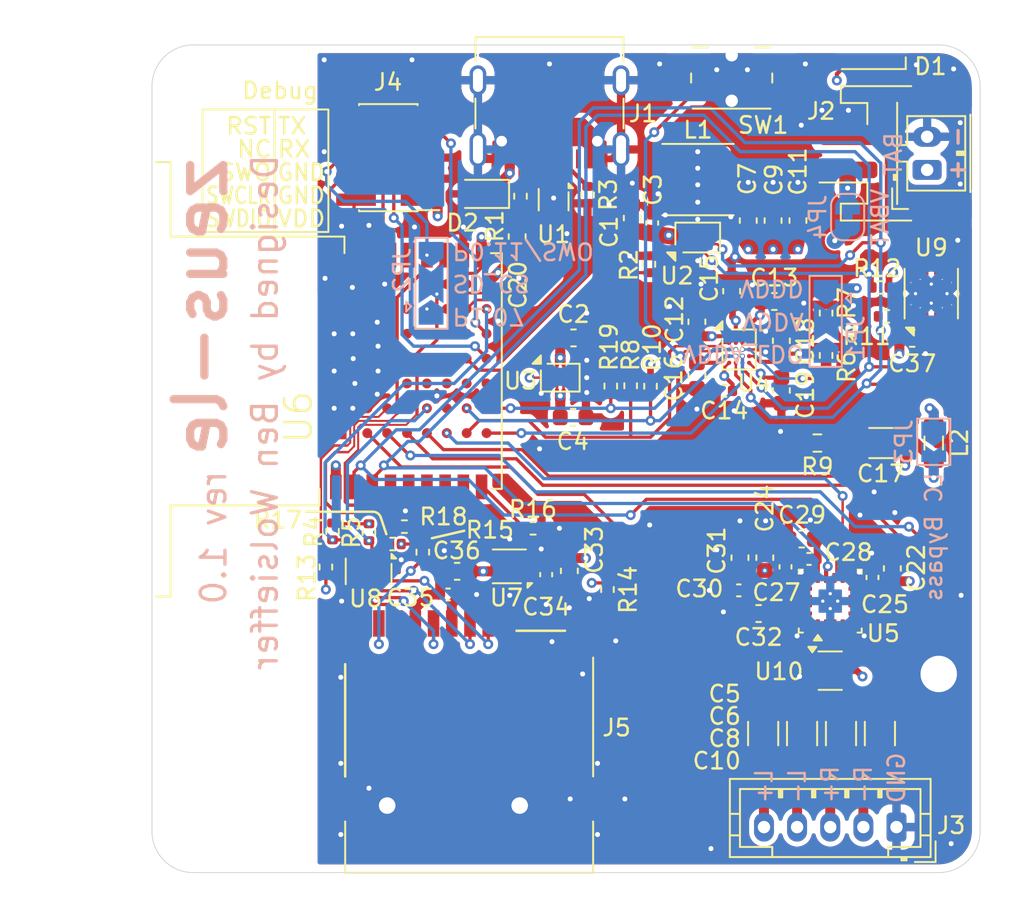
<source format=kicad_pcb>
(kicad_pcb (version 20240108) (generator "pcbnew") (generator_version "8.0")
  (layers (0 "F.Cu" signal) (1 "In1.Cu" signal) (2 "In2.Cu" signal) (3 "In3.Cu" signal) (4 "In4.Cu" signal) (31 "B.Cu" signal) (34 "B.Paste" user) (35 "F.Paste" user) (36 "B.SilkS" user "B.Silkscreen") (37 "F.SilkS" user "F.Silkscreen") (38 "B.Mask" user) (39 "F.Mask" user) (44 "Edge.Cuts" user))
  (net 0 "")
  (net 1 "VSYS")
  (net 2 "GND")
  (net 3 "VDDD")
  (net 4 "/Power/VBUS_RAW")
  (net 5 "/Power/VBAT")
  (net 6 "Net-(U4-VDD)")
  (net 7 "VDDA")
  (net 8 "Net-(C17-Pad2)")
  (net 9 "/Power/VDDA_LDO")
  (net 10 "Net-(J3-Pin_2)")
  (net 11 "Net-(J3-Pin_3)")
  (net 12 "Net-(J3-Pin_4)")
  (net 13 "Net-(U5-DREG)")
  (net 14 "Net-(U5-AREG)")
  (net 15 "Net-(U5-VREF)")
  (net 16 "/SD Card/VDDD_SD")
  (net 17 "Net-(D1-RK)")
  (net 18 "Net-(D1-GK)")
  (net 19 "Net-(D1-BK)")
  (net 20 "/Power/D-")
  (net 21 "/Power/D+")
  (net 22 "Net-(J1-CC2)")
  (net 23 "Net-(J1-CC1)")
  (net 24 "/MCU/SWO")
  (net 25 "/MCU/UART.TX")
  (net 26 "unconnected-(J4-Pin_8-Pad8)")
  (net 27 "/MCU/RST")
  (net 28 "/MCU/UART.RX")
  (net 29 "/MCU/SWDIO")
  (net 30 "Net-(J5-CMD)")
  (net 31 "Net-(J5-DAT2)")
  (net 32 "Net-(J5-DET)")
  (net 33 "Net-(J5-DAT0)")
  (net 34 "Net-(J5-CLK)")
  (net 35 "Net-(J5-DAT3{slash}CD)")
  (net 36 "Net-(J5-DAT1)")
  (net 37 "Net-(JP1-C)")
  (net 38 "Net-(JP2-A)")
  (net 39 "/MCU/SD.~{CS}")
  (net 40 "Net-(L1-Pad2)")
  (net 41 "Net-(L1-Pad1)")
  (net 42 "/MCU/VDDD_VSEL")
  (net 45 "Net-(U4-IMAX)")
  (net 46 "Net-(U4-TS)")
  (net 47 "/MCU/CHG_PG")
  (net 48 "/MCU/CHG_INT")
  (net 49 "/Audio/I2C.SDA")
  (net 50 "/Audio/I2C.SCL")
  (net 51 "/MCU/SD_DET")
  (net 52 "Net-(U4-~{MR})")
  (net 53 "/MCU/USB.D+")
  (net 54 "/MCU/USB.D-")
  (net 55 "/MCU/CHG_LP")
  (net 56 "/Audio/I2S.SCK")
  (net 57 "/Audio/IRQ")
  (net 58 "/Audio/I2S.SD")
  (net 59 "/Audio/I2S.MCK")
  (net 60 "/Audio/I2S.WS")
  (net 73 "/MCU/SD.SCK")
  (net 75 "/MCU/SD.MISO")
  (net 79 "/MCU/SD_EN")
  (net 88 "/MCU/SD.MOSI")
  (net 92 "Net-(J3-Pin_5)")
  (net 95 "/MCU/SWCLK")
  (net 96 "/Power/VBUS")
  (net 99 "VBUS_DET")
  (net 100 "/Audio/L+")
  (net 101 "/Audio/L-")
  (net 102 "/Audio/R+")
  (net 103 "/Audio/R-")
  (net 105 "/MCU/CHG_EN")
  (net 106 "Net-(JP4-B)")
  (footprint "Resistor_SMD:R_0402_1005Metric" (layer "F.Cu") (at 166.1 116.55 90)
    (property "Reference" "R2")
    (property "Value" "100k")
  )
  (footprint "Capacitor_SMD:C_0603_1608Metric" (layer "F.Cu") (at 154.525 135.1 180)
    (property "Reference" "C36")
    (property "Value" "10µF")
  )
  (footprint "MountingHole:MountingHole_2.2mm_M2" (layer "F.Cu") (at 183.6 141.3)
    (property "Reference" "H2" (hide yes))
    (property "Value" "MountingHole")
  )
  (footprint "Resistor_SMD:R_0402_1005Metric" (layer "F.Cu") (at 176.8 119.5 90)
    (property "Reference" "R7")
    (property "Value" "5k")
  )
  (footprint "zeus-le:WT02C40C" (layer "F.Cu") (at 157.1 130 90)
    (property "Reference" "U6")
    (property "Value" "WT02C40C-V3")
  )
  (footprint "Capacitor_SMD:C_0402_1005Metric" (layer "F.Cu") (at 175.77 134.35 180)
    (property "Reference" "C28")
    (property "Value" "0.1µF")
  )
  (footprint "Package_TO_SOT_SMD:SOT-363_SC-70-6" (layer "F.Cu") (at 177.05 141.1)
    (property "Reference" "U10")
    (property "Value" "D3V3F4U6S-7")
  )
  (footprint "Resistor_SMD:R_0402_1005Metric" (layer "F.Cu") (at 180.09 117.95 180)
    (property "Reference" "R12")
    (property "Value" "1.21k")
  )
  (footprint "Capacitor_SMD:C_0402_1005Metric" (layer "F.Cu") (at 166.3 114.055 90)
    (property "Reference" "C3")
    (property "Value" "0.1µF")
  )
  (footprint "Capacitor_SMD:C_1206_3216Metric" (layer "F.Cu") (at 180.1125 127.35 180)
    (property "Reference" "C17")
    (property "Value" "100uF")
  )
  (footprint "MountingHole:MountingHole_2.2mm_M2" (layer "F.Cu") (at 138.6 105.8)
    (property "Reference" "H1" (hide yes))
    (property "Value" "MountingHole")
  )
  (footprint "zeus-le:Kinetic_WLCSP-12_1.94x1.28mm_Layout4x3_P0.4mm_Ball0.25mm_Pad0.25mm_NSMD" (layer "F.Cu") (at 160.75 123.4)
    (property "Reference" "U3")
    (property "Value" " KTS1662EUW-TR")
  )
  (footprint "Resistor_SMD:R_0402_1005Metric" (layer "F.Cu") (at 163.6 136.2 90)
    (property "Reference" "R14")
    (property "Value" "10k")
  )
  (footprint "Capacitor_SMD:C_0603_1608Metric" (layer "F.Cu") (at 180.8 134.925 90)
    (property "Reference" "C22")
    (property "Value" "10µF")
  )
  (footprint "Capacitor_SMD:C_0603_1608Metric" (layer "F.Cu") (at 169 120.025 90)
    (property "Reference" "C12")
    (property "Value" "4.7µF")
  )
  (footprint "Capacitor_SMD:C_0402_1005Metric" (layer "F.Cu") (at 153.98 136.5 180)
    (property "Reference" "C35")
    (property "Value" "0.1µF")
  )
  (footprint "Capacitor_SMD:C_0603_1608Metric" (layer "F.Cu") (at 169 123.275 -90)
    (property "Reference" "C16")
    (property "Value" "4.7µF")
  )
  (footprint "Resistor_SMD:R_0402_1005Metric" (layer "F.Cu") (at 159.11 132.5)
    (property "Reference" "R16")
    (property "Value" "100k")
  )
  (footprint "Resistor_SMD:R_0402_1005Metric" (layer "F.Cu") (at 150.64 133.45 180)
    (property "Reference" "R17")
    (property "Value" "10k")
  )
  (footprint "Resistor_SMD:R_0402_1005Metric" (layer "F.Cu") (at 149.2 132.74 -90)
    (property "Reference" "R5")
    (property "Value" "10k")
  )
  (footprint "zeus-le:microSD_HC_CUI_MSD-1-A" (layer "F.Cu") (at 155.25 149.25)
    (property "Reference" "J5")
    (property "Value" "MSD-1-A")
  )
  (footprint "Resistor_SMD:R_0402_1005Metric" (layer "F.Cu") (at 146.6 134.84 90)
    (property "Reference" "R13")
    (property "Value" "100k")
  )
  (footprint "Resistor_SMD:R_0402_1005Metric" (layer "F.Cu") (at 162.4 112.36 -90)
    (property "Reference" "R3")
    (property "Value" "5.1k")
  )
  (footprint "Capacitor_SMD:C_0603_1608Metric" (layer "F.Cu") (at 161.3 135.075 -90)
    (property "Reference" "C33")
    (property "Value" "10µF")
  )
  (footprint "Capacitor_SMD:C_0603_1608Metric" (layer "F.Cu") (at 182 121.025)
    (property "Reference" "C37")
    (property "Value" "1µF")
  )
  (footprint "Resistor_SMD:R_0402_1005Metric" (layer "F.Cu") (at 147 132.69 -90)
    (property "Reference" "R4")
    (property "Value" "10k")
  )
  (footprint "Button_Switch_SMD:Panasonic_EVQPUM_EVQPUD" (layer "F.Cu") (at 171.1 105.3)
    (property "Reference" "SW1")
    (property "Value" "EVQPUD02K")
  )
  (footprint "Resistor_SMD:R_0402_1005Metric" (layer "F.Cu") (at 166.2 123.92 -90)
    (property "Reference" "R10")
    (property "Value" "100k")
  )
  (footprint "Package_TO_SOT_SMD:SOT-563" (layer "F.Cu") (at 160.35 112.65 -90)
    (property "Reference" "U1")
    (property "Value" "NUF2042XV6T1G")
  )
  (footprint "Resistor_SMD:R_0402_1005Metric" (layer "F.Cu") (at 151.34 132.4 180)
    (property "Reference" "R18")
    (property "Value" "10k")
  )
  (footprint "Capacitor_SMD:C_0603_1608Metric" (layer "F.Cu") (at 158.15 114.875 90)
    (property "Reference" "C20")
    (property "Value" "4.7µF")
  )
  (footprint "Connector_JST:JST_PH_S2B-PH-SM4-TB_1x02-1MP_P2.00mm_Horizontal" (layer "F.Cu") (at 181 109.85 90)
    (property "Reference" "J2")
    (property "Value" "S2B-PH-SM4-TB")
  )
  (footprint "MountingHole:MountingHole_2.2mm_M2" (layer "F.Cu") (at 138.6 150.8)
    (property "Reference" "H3" (hide yes))
    (property "Value" "MountingHole")
  )
  (footprint "Capacitor_SMD:C_0603_1608Metric" (layer "F.Cu") (at 171.1 118.175 90)
    (property "Reference" "C15")
    (property "Value" "10µF")
  )
  (footprint "Resistor_SMD:R_0402_1005Metric" (layer "F.Cu") (at 152.45 133.94 -90)
    (property "Reference" "R15")
    (property "Value" "10k")
  )
  (footprint "Capacitor_SMD:C_0402_1005Metric" (layer "F.Cu") (at 170.67 124.2 180)
    (property "Reference" "C14")
    (property "Value" "0.1µF")
  )
  (footprint "zeus-le:Richtek_WLCSP-15_1.4x2.3mm_Layout3x5_P0.4mm_NSMD" (layer "F.Cu") (at 169.05 114.935 90)
    (property "Reference" "U2")
    (property "Value" "RT6160AWSC")
  )
  (footprint "Capacitor_SMD:C_0402_1005Metric" (layer "F.Cu") (at 174.35 134.83 90)
    (property "Reference" "C27")
    (property "Value" "0.1µF")
  )
  (footprint "Capacitor_SMD:C_0603_1608Metric" (layer "F.Cu") (at 174.1 121.175 90)
    (property "Reference" "C18")
    (property "Value" "4.7µF")
  )
  (footprint "Capacitor_SMD:C_0402_1005Metric" (layer "F.Cu") (at 171.53 136.25 180)
    (property "Reference" "C30")
    (property "Value" "0.1µF")
  )
  (footprint "zeus-le:Texas_RTE_WQFN-20-1EP_3x3mm_P0.5mm_EP1.4x1.4mm_ThermalVias" (layer "F.Cu") (at 177.05 136.9 90)
    (property "Reference" "U5")
    (property "Value" "TLV320ADC6120IRTER")
  )
  (footprint "Connector_JST:JST_PH_B2B-PH-K_1x02_P2.00mm_Vertical" (layer "F.Cu") (at 182.9 110.85 90)
    (property "Reference" "J6" (hide yes))
    (property "Value" "B2B-PH-K-S")
  )
  (footprint "Inductor_SMD:L_Coilcraft_XxL4020" (layer "F.Cu") (at 169.065 111.435)
    (property "Reference" "L1")
    (property "Value" "0.47µH")
  )
  (footprint "Resistor_SMD:R_0603_1608Metric" (layer "F.Cu") (at 176.275 127.35 180)
    (property "Reference" "R9")
    (property "Value" "0.1")
  )
  (footprint "Capacitor_SMD:C_0603_1608Metric" (layer "F.Cu") (at 172.725 137.65 180)
    (property "Reference" "C32")
    (property "Value" "1µF")
  )
  (footprint "Resistor_SMD:R_0402_1005Metric" (layer "F.Cu") (at 180.46 119.7 180)
    (property "Reference" "R11")
    (property "Value" "1.21k")
  )
  (footprint "Capacitor_SMD:C_0603_1608Metric" (layer "F.Cu") (at 172.1 113.91 90)
    (property "Reference" "C7")
    (property "Value" "22µF")
  )
  (footprint "Capacitor_SMD:C_0603_1608Metric" (layer "F.Cu") (at 161.55 121)
    (property "Reference" "C2")
    (property "Value" "1µF")
  )
  (footprint "Capacitor_SMD:C_0402_1005Metric" (layer "F.Cu") (at 179.6 135.47 90)
    (property "Reference" "C25")
    (property "Value" "0.1µF")
  )
  (footprint "Resistor_SMD:R_0402_1005Metric" (layer "F.Cu") (at 158.35 112.44 -90)
    (property "Reference" "R1")
    (property "Value" "5.1k")
  )
  (footprint "Resistor_SMD:R_0402_1005Metric" (layer "F.Cu") (at 176.8 122.06 90)
    (property "Reference" "R6")
    (property "Value" "10k")
  )
  (footprint "Capacitor_SMD:C_0603_1608Metric" (layer "F.Cu") (at 165.1 113.76 90)
    (property "Reference" "C1")
    (property "Value" "10µF")
  )
  (footprint "Capacitor_SMD:C_0603_1608Metric" (layer "F.Cu") (at 173.1 134.275 90)
    (property "Reference" "C24")
    (property "Value" "1µF")
  )
  (footprint "Package_SON:Texas_R-PWSON-N12_EP0.4x2mm" (layer "F.Cu") (at 149.18 135.1 -90)
    (property "Reference" "U8")
    (property "Value" "TPD6F003DQDR")
  )
  (footprint "Connector_PinHeader_1.27mm:PinHeader_2x05_P1.27mm_Vertical_SMD" (layer "F.Cu") (at 150.37 110.11 180)
    (property "Reference" "J4")
    (property "Value" "BD125-10-A-0305-0580-L-B")
  )
  (footprint "Resistor_SMD:R_0402_1005Metric" (layer "F.Cu") (at 165 123.89 -90)
    (property "Reference" "R8")
    (property "Value" "100k")
  )
  (footprint "zeus-le:USB_C_Receptacle_Amphenol_12402012E21-2A" (layer "F.Cu") (at 160.1 105.435 180)
    (property "Reference" "J1")
    (property "Value" "12402012E212A")
  )
  (footprint "Inductor_SMD:L_0805_2012Metric" (layer "F.Cu") (at 183.3 127.35 -90)
    (property "Reference" "L2")
    (property "Value" "22uH")
  )
  (footprint "Diode_SMD:D_SOD-323" (layer "F.Cu") (at 156.05 112.3 180)
    (property "Reference" "D2")
    (property "Value" "XCUZ36V")
  )
  (footprint "Capacitor_SMD:C_1206_3216Metric" (layer "F.Cu") (at 173 144.9 90)
    (property "Reference" "C5")
    (property "Value" "1µF")
  )
  (footprint "Capacitor_SMD:C_1206_3216Metric" (layer "F.Cu") (at 175.35 144.9 90)
    (property "Reference" "C6")
    (property "Value" "1µF")
  )
  (footprint "zeus-le:LED_QBLP615-RGB-3053" (layer "F.Cu") (at 179.6 104.3)
    (property "Reference" "D1")
    (property "Value" "QBLP615-RGB-3053")
  )
  (footprint "Capacitor_SMD:C_0402_1005Metric" (layer "F.Cu") (at 159.9 135.3 -90)
    (property "Reference" "C34")
    (property "Value" "0.1µF")
  )
  (footprint "Capacitor_SMD:C_0603_1608Metric" (layer "F.Cu") (at 173.675 118.8)
    (property "Reference" "C13")
    (property "Value" "4.7µF")
  )
  (footprint "zeus-le:Diodes_UDFN2018-6" (layer "F.Cu") (at 157.675 134.8 180)
    (property "Reference" "U7")
    (property "Value" "AP21510FM-7")
  )
  (footprint "Capacitor_SMD:C_1206_3216Metric" (layer "F.Cu") (at 180.05 144.9 90)
    (property "Reference" "C10")
    (property "Value" "1µF")
  )
  (footprint "Capacitor_SMD:C_0603_1608Metric" (layer "F.Cu") (at 175.1 113.91 90)
    (property "Reference" "C11")
    (property "Value" "22µF")
  )
  (footprint "Capacitor_SMD:C_0603_1608Metric" (layer "F.Cu") (at 174.1 124.175 -90)
    (property "Reference" "C19")
    (property "Value" "4.7µF")
  )
  (footprint "Connector_JST:JST_PH_B5B-PH-K_1x05_P2.00mm_Vertical" (layer "F.Cu") (at 181.05 150.55 180)
    (property "Reference" "J3")
    (property "Value" "B5B-PH-K-S")
  )
  (footprint "Resistor_SMD:R_0402_1005Metric" (layer "F.Cu") (at 163.8 123.91 90)
    (property "Reference" "R19")
    (property "Value" "100k")
  )
  (footprint "Capacitor_SMD:C_0603_1608Metric" (layer "F.Cu") (at 173.6 113.91 90)
    (property "Reference" "C9")
    (property "Value" "22µF")
  )
  (footprint "zeus-le:Texas_DSBGA-20_1.615x2.015mm_Layout4x5_P0.4mm_NSMD" (layer "F.Cu") (at 171.55 121.7)
    (property "Reference" "U4")
    (property "Value" "BQ25150YFPR")
  )
  (footprint "Capacitor_SMD:C_1206_3216Metric" (layer "F.Cu") (at 177.7 144.9 90)
    (property "Reference" "C8")
    (property "Value" "1µF")
  )
  (footprint "Capacitor_SMD:C_0603_1608Metric" (layer "F.Cu") (at 175.325 133.15 180)
    (property "Reference" "C29")
    (property "Value" "10µF")
  )
  (footprint "zeus-le:WSON-8-1EP_3x3mm_P0.65mm_EP1.65x2.4mm_ThermalVias" (layer "F.Cu") (at 183.15 118.325 90)
    (property "Reference" "U9")
    (property "Value" "LP5810ADSDR")
  )
  (footprint "Capacitor_SMD:C_0603_1608Metric" (layer "F.Cu") (at 161.525 125.8)
    (property "Reference" "C4")
    (property "Value" "1µF")
  )
  (footprint "Capacitor_SMD:C_0603_1608Metric" (layer "F.Cu") (at 171.6 134.275 90)
    (property "Reference" "C31")
    (property "Value" "10µF")
  )
  (footprint "Jumper:SolderJumper-2_P1.3mm_Open_TrianglePad1.0x1.5mm" (layer "B.Cu") (at 183.3 127.275 -90)
    (property "Reference" "JP3")
    (property "Value" "LC Bypass")
  )
  (footprint "Jumper:SolderJumper-3_P2.0mm_Open_TrianglePad1.0x1.5mm" (layer "B.Cu") (at 152.95 117.7 90)
    (property "Reference" "JP2")
    (property "Value" "SWO_CS")
  )
  (footprint "Jumper:SolderJumper-3_P2.0mm_Open_TrianglePad1.0x1.5mm" (layer "B.Cu") (at 176.8 120 -90)
    (property "Reference" "JP1")
    (property "Value" "VDDA_SUPPLY")
  )
  (footprint "Jumper:SolderJumper-2_P1.3mm_Bridged_RoundedPad1.0x1.5mm" (layer "B.Cu") (at 178.1 113.7 -90)
    (property "Reference" "JP4")
    (property "Value" "VBAT")
  )
  (gr_line (start 154.95 132.65) (end 153 133.1) (stroke (width 0.15)) (layer "F.SilkS"))
  (gr_line (start 143.5 114.6) (end 143.5 107.2) (stroke (width 0.12)) (layer "F.SilkS"))
  (gr_line (start 149.913962 131.841886) (end 150.25 132.85) (stroke (width 0.15)) (layer "F.SilkS"))
  (gr_arc (start 149.43962 131.5) (mid 149.731966 131.594387) (end 149.913962 131.841886) (stroke (width 0.15)) (layer "F.SilkS"))
  (gr_rect (start 139.15 107.2) (end 146.75 114.6) (stroke (width 0.12)) (fill none) (layer "F.SilkS"))
  (gr_line (start 145.4 131.5) (end 149.43962 131.5) (stroke (width 0.15)) (layer "F.SilkS"))
  (gr_arc (start 186.1 150.8) (mid 185.367767 152.567767) (end 183.6 153.3) (stroke (width 0.05)) (layer "Edge.Cuts"))
  (gr_arc (start 183.6 103.3) (mid 185.367767 104.032233) (end 186.1 105.8) (stroke (width 0.05)) (layer "Edge.Cuts"))
  (gr_line (start 186.1 105.8) (end 186.1 150.8) (stroke (width 0.05)) (layer "Edge.Cuts"))
  (gr_arc (start 138.6 153.3) (mid 136.832233 152.567767) (end 136.1 150.8) (stroke (width 0.05)) (layer "Edge.Cuts"))
  (gr_line (start 183.6 153.3) (end 138.6 153.3) (stroke (width 0.05)) (layer "Edge.Cuts"))
  (gr_line (start 138.6 103.3) (end 183.6 103.3) (stroke (width 0.05)) (layer "Edge.Cuts"))
  (gr_arc (start 136.1 105.8) (mid 136.832233 104.032233) (end 138.6 103.3) (stroke (width 0.05)) (layer "Edge.Cuts"))
  (gr_line (start 136.1 150.8) (end 136.1 105.8) (stroke (width 0.05)) (layer "Edge.Cuts"))
  (gr_text "VDDA_LDO" (at 175.55 121.95 180) (layer "B.SilkS") (effects (font (size 1 1)) (justify right mirror)))
  (gr_text "+" (at 184.7 110.85 90) (layer "B.SilkS") (effects (font (size 1 1) (thickness 0.2) (bold yes)) (justify mirror)))
  (gr_text "VDDA" (at 175.55 120 180) (layer "B.SilkS") (effects (font (size 1 1)) (justify right mirror)))
  (gr_text "R-" (at 179.05 149.2 90) (layer "B.SilkS") (effects (font (size 1 1)) (justify right mirror)))
  (gr_text "L-" (at 175.05 149.2 90) (layer "B.SilkS") (effects (font (size 1 1)) (justify right mirror)))
  (gr_text "SD_CS" (at 154.15 117.7 180) (layer "B.SilkS") (effects (font (size 1 1)) (justify left mirror)))
  (gr_text "-" (at 184.7 108.85 90) (layer "B.SilkS") (effects (font (size 1 1) (thickness 0.2) (bold yes)) (justify mirror)))
  (gr_text "Designed by Ben Wolsieffer" (at 143.8 109.8 90) (layer "B.SilkS") (effects (font (size 1.5 1.5) (thickness 0.2)) (justify left bottom mirror)))
  (gr_text "VBAT" (at 180.65 111.9 90) (layer "B.SilkS") (effects (font (size 1 1)) (justify left bottom mirror)))
  (gr_text "LC Bypass" (at 183.3 129.05 90) (layer "B.SilkS") (effects (font (size 1 1)) (justify left mirror)))
  (gr_text "BAT" (at 181.45 109.9 90) (layer "B.SilkS") (effects (font (size 1 1)) (justify bottom mirror)))
  (gr_text "R+" (at 177.05 149.2 90) (layer "B.SilkS") (effects (font (size 1 1)) (justify right mirror)))
  (gr_text "VDDD" (at 175.55 118 180) (layer "B.SilkS") (effects (font (size 1 1)) (justify right mirror)))
  (gr_text "zeus-le" (at 140.8 109.8 90) (layer "B.SilkS") (effects (font (size 3 3) (thickness 0.5) (bold yes)) (justify left bottom mirror)))
  (gr_text "P0.11/SWO" (at 154.15 115.75 180) (layer "B.SilkS") (effects (font (size 1 1)) (justify left mirror)))
  (gr_text "L+" (at 173.05 149.2 90) (layer "B.SilkS") (effects (font (size 1 1)) (justify right mirror)))
  (gr_text "P1.07" (at 154.15 119.7 180) (layer "B.SilkS") (effects (font (size 1 1)) (justify left mirror)))
  (gr_text "GND" (at 181.05 149.2 90) (layer "B.SilkS") (effects (font (size 1 1)) (justify right mirror)))
  (gr_text "rev 1.0" (at 140.7 128.9 90) (layer "B.SilkS") (effects (font (size 1.5 1.5) (thickness 0.2)) (justify left bottom mirror)))
  (gr_text "NC" (at 143.4 109.6 0) (layer "F.SilkS") (effects (font (size 1 1)) (justify right)))
  (gr_text "RST" (at 143.4 108.2 0) (layer "F.SilkS") (effects (font (size 1 1)) (justify right)))
  (gr_text "TX" (at 143.6 108.2 0) (layer "F.SilkS") (effects (font (size 1 1)) (justify left)))
  (gr_text "SWO" (at 143.4 111 0) (layer "F.SilkS") (effects (font (size 1 1)) (justify right)))
  (gr_text "GND" (at 143.6 111 0) (layer "F.SilkS") (effects (font (size 1 0.93)) (justify left)))
  (gr_text "RX" (at 143.6 109.6 0) (layer "F.SilkS") (effects (font (size 1 1)) (justify left)))
  (gr_text "VDD" (at 143.6 113.8 0) (layer "F.SilkS") (effects (font (size 1 1)) (justify left)))
  (gr_text "SWDIO" (at 143.4 113.8 0) (layer "F.SilkS") (effects (font (size 1 0.85) (thickness 0.15) (bold yes)) (justify right)))
  (gr_text "Debug" (at 141.45 106.65 0) (layer "F.SilkS") (effects (font (size 1 1)) (justify left bottom)))
  (gr_text "SWCLK" (at 143.4 112.4 0) (layer "F.SilkS") (effects (font (size 1 0.8) (thickness 0.15) (bold yes)) (justify right)))
  (gr_text "GND" (at 143.6 112.4 0) (layer "F.SilkS") (effects (font (size 1 0.93)) (justify left)))
  (segment (start 168.25 114.935) (end 167.75 114.935) (width 0.15) (layer "F.Cu") (net 1))
  (segment (start 171.35 119.95) (end 171.15 119.75) (width 0.4) (layer "F.Cu") (net 1))
  (segment (start 171.35 120.6) (end 171.35 120.9) (width 0.15) (layer "F.Cu") (net 1))
  (segment (start 171.15 119) (end 171.1 118.95) (width 0.25) (layer "F.Cu") (net 1))
  (segment (start 171.35 120.9) (end 171.35 121.3) (width 0.15) (layer "F.Cu") (net 1))
  (segment (start 171.15 119.75) (end 171.15 119) (width 0.4) (layer "F.Cu") (net 1))
  (segment (start 168.25 115.335) (end 167.715 115.335) (width 0.15) (layer "F.Cu") (net 1))
  (segment (start 171.1 118.95) (end 171 118.95) (width 0.25) (layer "F.Cu") (net 1))
  (segment (start 168.25 114.535) (end 167.75 114.535) (width 0.15) (layer "F.Cu") (net 1))
  (segment (start 171.35 119.95) (end 171.35 120.6) (width 0.25) (layer "F.Cu") (net 1))
  (via (at 171.35 119.95) (size 0.6) (drill 0.3) (layers "F.Cu" "B.Cu") (net 1))
  (via (at 167.3 114.8) (size 0.6) (drill 0.3) (layers "F.Cu" "B.Cu") (net 1))
  (segment (start 148.225 125.25) (end 147.1 126.375) (width 0.6) (layer "F.Cu") (net 2))
  (segment (start 169.05 114.15) (end 169.05 113.835) (width 0.25) (layer "F.Cu") (net 2))
  (segment (start 182.8 121.05) (end 182.775 121.025) (width 0.6) (layer "F.Cu") (net 2))
  (segment (start 175.3 135.15) (end 175.3 134.36) (width 0.4) (layer "F.Cu") (net 2))
  (segment (start 178.282812 138.132812) (end 179.1 138.95) (width 0.2) (layer "F.Cu") (net 2))
  (segment (start 179.6 134.99) (end 179.96 134.99) (width 0.4) (layer "F.Cu") (net 2))
  (segment (start 147.475 122.25) (end 147.1 121.875) (width 0.6) (layer "F.Cu") (net 2))
  (segment (start 182.825 119.725) (end 182.825 118.65) (width 0.25) (layer "F.Cu") (net 2))
  (segment (start 152.3 110.1) (end 152.32 110.08) (width 0.6) (layer "F.Cu") (net 2))
  (segment (start 163.85 110.185) (end 164.42 109.615) (width 0.4) (layer "F.Cu") (net 2))
  (segment (start 169.05 114.15) (end 169.05 114.535) (width 0.15) (layer "F.Cu") (net 2))
  (segment (start 171.55 113.685) (end 172.1 113.135) (width 0.6) (layer "F.Cu") (net 2))
  (segment (start 182.775 121.025) (end 182.825 120.975) (width 0.25) (layer "F.Cu") (net 2))
  (segment (start 163.3 110.185) (end 163.85 110.185) (width 0.4) (layer "F.Cu") (net 2))
  (segment (start 148.35 123.75) (end 149.1 123.75) (width 0.6) (layer "F.Cu") (net 2))
  (segment (start 173.9 120.6) (end 174.1 120.4) (width 0.25) (layer "F.Cu") (net 2))
  (segment (start 153.5 136.5) (end 153.5 135.35) (width 0.6) (layer "F.Cu") (net 2))
  (segment (start 152 138.25) (end 152 137.331371) (width 0.6) (layer "F.Cu") (net 2))
  (segment (start 152.831371 136.5) (end 153.5 136.5) (width 0.6) (layer "F.Cu") (net 2))
  (segment (start 167.09 113.575) (end 166.3 113.575) (width 0.4) (layer "F.Cu") (net 2))
  (segment (start 160.15 123.8) (end 159.6 124.35) (width 0.15) (layer "F.Cu") (net 2))
  (segment (start 172.55 121.7) (end 172.15 121.7) (width 0.15) (layer "F.Cu") (net 2))
  (segment (start 165.71 112.985) (end 166.3 113.575) (width 0.4) (layer "F.Cu") (net 2))
  (segment (start 172.55 121.7) (end 173 121.7) (width 0.25) (layer "F.Cu") (net 2))
  (segment (start 172.75 120.6) (end 173.15 120.6) (width 0.25) (layer "F.Cu") (net 2))
  (segment (start 175.817188 138.132812) (end 175.05 138.9) (width 0.2) (layer "F.Cu") (net 2))
  (segment (start 148.18 134.475) (end 148.18 135.099999) (width 0.2) (layer "F.Cu") (net 2))
  (segment (start 153.5 135.35) (end 153.75 135.1) (width 0.6) (layer "F.Cu") (net 2))
  (segment (start 169.05 114.535) (end 169.05 114.935) (width 0.15) (layer "F.Cu") (net 2))
  (segment (start 173 121.7) (end 173.15 121.85) (width 0.25) (layer "F.Cu") (net 2))
  (segment (start 179.59 135) (end 179.6 134.99) (width 0.4) (layer "F.Cu") (net 2))
  (segment (start 175.05 138.9) (end 175.05 139) (width 0.2) (layer "F.Cu") (net 2))
  (segment (start 148.25 122.25) (end 147.475 122.25) (width 0.6) (layer "F.Cu") (net 2))
  (segment (start 157.675 134.8) (end 157.675 134.925) (width 0.4) (layer "F.Cu") (net 2))
  (segment (start 157.675 134.8) (end 158.655 135.78) (width 0.4) (layer "F.Cu") (net 2))
  (segment (start 175.817188 135.667188) (end 175.3 135.15) (width 0.2) (layer "F.Cu") (net 2))
  (segment (start 182.825 120.975) (end 182.825 119.725) (width 0.25) (layer "F.Cu") (net 2))
  (segment (start 165.1 112.985) (end 165.71 112.985) (width 0.4) (layer "F.Cu") (net 2))
  (segment (start 148.25 122.25) (end 149.1 122.25) (width 0.6) (layer "F.Cu") (net 2))
  (segment (start 161.3 135.85) (end 159.97 135.85) (width 0.6) (layer "F.Cu") (net 2))
  (segment (start 171.6 133.5) (end 173.1 133.5) (width 0.4) (layer "F.Cu") (net 2))
  (segment (start 182.8 121.95) (end 182.8 121.05) (width 0.6) (layer "F.Cu") (net 2))
  (segment (start 161.3 139.9) (end 161.95 139.25) (width 0.2) (layer "F.Cu") (net 2))
  (segment (start 152 137.331371) (end 152.831371 136.5) (width 0.6) (layer "F.Cu") (net 2))
  (segment (start 175.29 134.35) (end 175.29 133.89) (width 0.4) (layer "F.Cu") (net 2))
  (segment (start 182.825 118.65) (end 183.15 118.325) (width 0.25) (layer "F.Cu") (net 2))
  (segment (start 148.225 120.75) (end 147.1 119.625) (width 0.6) (layer "F.Cu") (net 2))
  (segment (start 174.2 133.5) (end 174.55 133.15) (width 0.4) (layer "F.Cu") (net 2))
  (segment (start 160.35 112.55) (end 160.35 111.9) (width 0.3) (layer "F.Cu") (net 2))
  (segment (start 175.55 141.1) (end 176.05 141.1) (width 0.4) (layer "F.Cu") (net 2))
  (segment (start 179.96 134.99) (end 180.8 134.15) (width 0.4) (layer "F.Cu") (net 2))
  (segment (start 148.225 120.75) (end 149.1 120.75) (width 0.6) (layer "F.Cu") (net 2))
  (segment (start 157.675 134.925) (end 158.075 135.325) (width 0.4) (layer "F.Cu") (net 2))
  (segment (start 161.65 124.1) (end 161.35 123.8) (width 0.15) (layer "F.Cu") (net 2))
  (segment (start 169.05 115.7) (end 169.05 116.335) (width 0.25) (layer "F.Cu") (net 2))
  (segment (start 172.45 120.9) (end 172.15 120.9) (width 0.15) (layer "F.Cu") (net 2))
  (segment (start 172.525 120.825) (end 172.45 120.9) (width 0.15) (layer "F.Cu") (net 2))
  (segment (start 175.29 133.89) (end 174.55 133.15) (width 0.4) (layer "F.Cu") (net 2))
  (segment (start 178.8 135.15) (end 178.95 135) (width 0.4) (layer "F.Cu") (net 2))
  (segment (start 158.65 135.3) (end 158.65 135.775) (width 0.3) (layer "F.Cu") (net 2))
  (segment (start 151.15 134.4) (end 150.425 135.125) (width 0.3) (layer "F.Cu") (net 2))
  (segment (start 148.225 125.25) (end 149.1 125.25) (width 0.6) (layer "F.Cu") (net 2))
  (segment (start 161.35 123) (end 161.65 122.7) (width 0.15) (layer "F.Cu") (net 2))
  (segment (start 173.1 133.5) (end 174.2 133.5) (width 0.4) (layer "F.Cu") (net 2))
  (segment (start 175.2 141.45) (end 175.55 141.1) (width 0.4) (layer "F.Cu") (net 2))
  (segment (start 174.35 133.35) (end 174.35 134.35) (width 0.4) (layer "F.Cu") (net 2))
  (segment (start 148.18 135.099999) (end 148.18 135.725) (width 0.2) (layer "F.Cu") (net 2))
  (segment (start 149.205 135.125) (end 149.18 135.1) (width 0.3) (layer "F.Cu") (net 2))
  (segment (start 148.35 123.75) (end 147.475 123.75) (width 0.6) (layer "F.Cu") (net 2))
  (segment (start 169.05 115.7) (end 169.05 115.335) (width 0.15) (layer "F.Cu") (net 2))
  (segment (start 174.35 134.35) (end 174.5 134.35) (width 0.4) (layer "F.Cu") (net 2))
  (segment (start 158.655 135.78) (end 159.9 135.78) (width 0.4) (layer "F.Cu") (net 2))
  (segment (start 175.3 134.36) (end 175.29 134.35) (width 0.4) (layer "F.Cu") (net 2))
  (segment (start 147.475 123.75) (end 147.1 124.125) (width 0.6) (layer "F.Cu") (net 2))
  (segment (start 161.35 123.4) (end 162.35 123.4) (width 0.15) (layer "F.Cu") (net 2))
  (segment (start 173.15 120.6) (end 173.9 120.6) (width 0.25) (layer "F.Cu") (net 2))
  (segment (start 174.5 134.35) (end 175.3 135.15) (width 0.4) (layer "F.Cu") (net 2))
  (segment (start 160.15 123) (end 159.9 122.75) (width 0.15) (layer "F.Cu") (net 2))
  (segment (start 159.97 135.85) (end 159.9 135.78) (width 0.6) (layer "F.Cu") (net 2))
  (segment (start 156.9 110.185) (end 156.35 110.185) (width 0.4) (layer "F.Cu") (net 2))
  (segment (start 171.05 113.685) (end 171.55 113.685) (width 0.6) (layer "F.Cu") (net 2))
  (segment (start 156.35 110.185) (end 155.78 109.615) (width 0.4) (layer "F.Cu") (net 2))
  (segment (start 183 121.025) (end 182.775 121.025) (width 0.25) (layer "F.Cu") (net 2))
  (segment (start 174.55 133.15) (end 174.35 133.35) (width 0.4) (layer "F.Cu") (net 2))
  (segment (start 179.1 138.95) (end 179.1 139) (width 0.2) (layer "F.Cu") (net 2))
  (segment (start 178.95 135) (end 179.59 135) (width 0.4) (layer "F.Cu") (net 2))
  (segment (start 172.525 120.825) (end 172.75 120.6) (width 0.25) (layer "F.Cu") (net 2))
  (segment (start 178.282812 135.667188) (end 178.8 135.15) (width 0.2) (layer "F.Cu") (net 2))
  (segment (start 158.65 135.775) (end 158.655 135.78) (width 0.3) (layer "F.Cu") (net 2))
  (segment (start 150.425 135.125) (end 149.205 135.125) (width 0.3) (layer "F.Cu") (net 2))
  (via (at 157.011261 119.978384) (size 0.6) (drill 0.3) (layers "F.Cu" "B.Cu") (net 2))
  (via (at 150.15 117.75) (size 0.6) (drill 0.3) (layers "F.Cu" "B.Cu") (net 2))
  (via (at 169.05 112.8) (size 0.6) (drill 0.3) (layers "F.Cu" "B.Cu") (net 2))
  (via (at 178.45 119.05) (size 0.6) (drill 0.3) (layers "F.Cu" "B.Cu") (net 2))
  (via (at 162.5 136.75) (size 0.6) (drill 0.3) (layers "F.Cu" "B.Cu") (net 2))
  (via (at 175.85 132) (size 0.6) (drill 0.3) (layers "F.Cu" "B.Cu") (net 2))
  (via (at 167.09 113.575) (size 0.6) (drill 0.3) (layers "F.Cu" "B.Cu") (net 2))
  (via (at 169.05 113.835) (size 0.5) (drill 0.3) (layers "F.Cu" "B.Cu") (net 2))
  (via (at 175.3 108.15) (size 0.6) (drill 0.3) (layers "F.Cu" "B.Cu") (net 2))
  (via (at 166.65 112.3) (size 0.6) (drill 0.3) (layers "F.Cu" "B.Cu") (net 2))
  (via (at 147.5 141.5) (size 0.6) (drill 0.3) (layers "F.Cu" "B.Cu") (net 2))
  (via (at 184.9 111.7) (size 0.6) (drill 0.3) (layers "F.Cu" "B.Cu") (net 2))
  (via (at 180.95 131.55) (size 0.6) (drill 0.3) (layers "F.Cu" "B.Cu") (net 2))
  (via (at 162.1 141.3) (size 0.6) (drill 0.3) (layers "F.Cu" "B.Cu") (net 2))
  (via (at 166.75 104.45) (size 0.6) (drill 0.3) (layers "F.Cu" "B.Cu") (net 2))
  (via (at 179.1 139) (size 0.6) (drill 0.3) (layers "F.Cu" "B.Cu") (net 2))
  (via (at 184.5 104.75) (size 0.6) (drill 0.3) (layers "F.Cu" "B.Cu") (net 2))
  (via (at 160.7 132.5) (size 0.6) (drill 0.3) (layers "F.Cu" "B.Cu") (net 2))
  (via (at 178.85 131.7) (size 0.6) (drill 0.3) (layers "F.Cu" "B.Cu") (net 2))
  (via (at 178.15 107.25) (size 0.6) (drill 0.3) (layers "F.Cu" "B.Cu") (net 2))
  (via (at 149.7 120.05) (size 0.6) (drill 0.3) (layers "F.Cu" "B.Cu") (net 2))
  (via (at 163.7 112.95) (size 0.6) (drill 0.3) (layers "F.Cu" "B.Cu") (net 2))
  (via (at 184.75 115.1) (size 0.6) (drill 0.3) (layers "F.Cu" "B.Cu") (net 2))
  (via (at 162.35 123.4) (size 0.6) (drill 0.3) (layers "F.Cu" "B.Cu") (net 2))
  (via (at 169.05 116.335) (size 0.6) (drill 0.3) (layers "F.Cu" "B.Cu") (net 2))
  (via (at 175.2 141.45) (size 0.6) (drill 0.3) (layers "F.Cu" "B.Cu") (net 2))
  (via (at 171.6 132.05) (size 0.6) (drill 0.3) (layers "F.Cu" "B.Cu") (net 2))
  (via (at 146.5 104.2) (size 0.6) (drill 0.3) (layers "F.Cu" "B.Cu") (net 2))
  (via (at 163 146.7) (size 0.6) (drill 0.3) (layers "F.Cu" "B.Cu") (net 2))
  (via (at 149.7 124.4) (size 0.6) (drill 0.3) (layers "F.Cu" "B.Cu") (net 2))
  (via (at 175.05 139) (size 0.6) (drill 0.3) (layers "F.Cu" "B.Cu") (net 2))
  (via (at 160.35 112.55) (size 0.6) (drill 0.3) (layers "F.Cu" "B.Cu") (net 2))
  (via (at 159.5 127.7) (size 0.6) (drill 0.3) (layers "F.Cu" "B.Cu") (net 2))
  (via (at 149.2 148.2) (size 0.6) (drill 0.3) (layers "F.Cu" "B.Cu") (net 2))
  (via (at 164.1 139.3) (size 0.6) (drill 0.3) (layers "F.Cu" "B.Cu") (net 2))
  (via (at 147.5 151) (size 0.6) (drill 0.3) (layers "F.Cu" "B.Cu") (net 2))
  (via (at 147.5 146.7) (size 0.6) (drill 0.3) (layers "F.Cu" "B.Cu") (net 2))
  (via (at 147.1 123) (size 0.6) (drill 0.3) (layers "F.Cu" "B.Cu") (net 2))
  (via (at 162.35 124.3) (size 0.6) (drill 0.3) (layers "F.Cu" "B.Cu") (net 2))
  (via (at 171.3 116.1) (size 0.6) (drill 0.3) (layers "F.Cu" "B.Cu") (net 2))
  (via (at 153.3 124.5) (size 0.6) (drill 0.3) (layers "F.Cu" "B.Cu") (net 2))
  (via (at 146.55 117.4) (size 0.6) (drill 0.3) (layers "F.Cu" "B.Cu") (net 2))
  (via (at 170.6 137.55) (size 0.6) (drill 0.3) (layers "F.Cu" "B.Cu") (net 2))
  (via (at 173.6 111.6) (size 0.6) (drill 0.3) (layers "F.Cu" "B.Cu") (net 2))
  (via (at 172.1 111.6) (size 0.6) (drill 0.3) (layers "F.Cu" "B.Cu") (net 2))
  (via (at 149.75 123) (size 0.6) (drill 0.3) (layers "F.Cu" "B.Cu") (net 2))
  (via (at 164.65 148.85) (size 0.6) (drill 0.3) (layers "F.Cu" "B.Cu") (net 2))
  (via (at 148.2 117.95) (size 0.6) (drill 0.3) (layers "F.Cu" "B.Cu") (net 2))
  (via (at 169.25 117.75) (size 0.6) (drill 0.3) (layers "F.Cu" "B.Cu") (net 2))
  (via (at 171.05 113.685) (size 0.6) (drill 0.3) (layers "F.Cu" "B.Cu") (net 2))
  (via (at 173.15 121.85) (size 0.6) (drill 0.3) (layers "F.Cu" "B.Cu") (net 2))
  (via (at 170.2 133.8) (size 0.6) (drill 0.3) (layers "F.Cu" "B.Cu") (net 2))
  (via (at 153.75 133.85) (size 0.6) (drill 0.3) (layers "F.Cu" "B.Cu") (net 2))
  (via (at 157.7 136.55) (size 0.6) (drill 0.3) (layers "F.Cu" "B.Cu") (net 2))
  (via (at 175.6 124.55) (size 0.6) (drill 0.3) (layers "F.Cu" "B.Cu") (net 2))
  (via (at 175.55 104.45) (size 0.6) (drill 0.3) (layers "F.Cu" "B.Cu") (net 2))
  (via (at 176.55 107.25) (size 0.6) (drill 0.3) (layers "F.Cu" "B.Cu") (net 2))
  (via (at 159.6 124.35) (size 0.6) (drill 0.3) (layers "F.Cu" "B.Cu") (net 2))
  (via (at 179.7 130.3) (size 0.6) (drill 0.3) (layers "F.Cu" "B.Cu") (net 2))
  (via (at 167.35 119.1) (size 0.6) (drill 0.3) (layers "F.Cu" "B.Cu") (net 2))
  (via (at 146.5 109.75) (size 0.6) (drill 0.3) (layers "F.Cu" "B.Cu") (net 2))
  (via (at 147.55 114.25) (size 0.6) (drill 0.3) (layers "F.Cu" "B.Cu") (net 2))
  (via (at 169.75 136.25) (size 0.6) (drill 0.3) (layers "F.Cu" "B.Cu") (net 2))
  (via (at 169 125.3) (size 0.6) (drill 0.3) (layers "F.Cu" "B.Cu") (net 2))
  (via (at 182.25 104.5) (size 0.6) (drill 0.3) (layers "F.Cu" "B.Cu") (net 2))
  (via (at 161.15 114.7) (size 0.6) (drill 0.3) (layers "F.Cu" "B.Cu") (net 2))
  (via (at 151.4 131.45) (size 0.6) (drill 0.3) (layers "F.Cu" "B.Cu") (net 2))
  (via (at 161.35 148.85) (size 0.6) (drill 0.3) (layers "F.Cu" "B.Cu") (net 2))
  (via (at 170.2 104.8) (size 0.6) (drill 0.3) (layers "F.Cu" "B.Cu") (net 2))
  (via (at 169.05 109.75) (size 0.6) (drill 0.3) (layers "F.Cu" "B.Cu") (net 2))
  (via (at 171.25 125.4) (size 0.6) (drill 0.3) (layers "F.Cu" "B.Cu") (net 2))
  (via (at 161.3 137.3) (size 0.6) (drill 0.3) (layers "F.Cu" "B.Cu") (net 2))
  (via (at 182.8 121.95) (size 0.6) (drill 0.3) (layers "F.Cu" "B.Cu") (net 2))
  (via (at 154.9 114.3) (size 0.6) (drill 0.3) (layers "F.Cu" "B.Cu") (net 2))
  (via (at 175.45 118.9) (size 0.6) (drill 0.3) (layers "F.Cu" "B.Cu") (net 2))
  (via (at 147.1 125.25) (size 0.6) (drill 0.3) (layers "F.Cu" "B.Cu") (net 2))
  (via (at 175.4 120.4) (size 0.6) (drill 0.3) (layers "F.Cu" "B.Cu") (net 2))
  (via (at 151.95 114.3) (size 0.6) (drill 0.3) (layers "F.Cu" "B.Cu") (net 2))
  (via (at 184.35 151.55) (size 0.6) (drill 0.3) (layers "F.Cu" "B.Cu") (net 2))
  (via (at 155.7 136.5) (size 0.6) (drill 0.3) (layers "F.Cu" "B.Cu") (net 2))
  (via (at 178.8 135.15) (size 0.6) (drill 0.3) (layers "F.Cu" "B.Cu") (net 2))
  (via (at 147.55 136.9) (size 0.6) (drill 0.3) (layers "F.Cu" "B.Cu") (net 2))
  (via (at 160.1 104.45) (size 0.6) (drill 0.3) (layers "F.Cu" "B.Cu") (net 2))
  (via (at 169.05 110.75) (size 0.6) (drill 0.3) (layers "F.Cu" "B.Cu") (net 2))
  (via (at 179.55 134) (size 0.6) (drill 0.3) (layers "F.Cu" "B.Cu") (net 2))
  (via (at 169.85 151.85) (size 0.6) (drill 0.3) (layers "F.Cu" "B.Cu") (net 2))
  (via (at 148.225 125.25) (size 0.6) (drill 0.3) (layers "F.Cu" "B.Cu") (net 2))
  (via (at 162.35 119.5) (size 0.6) (drill 0.3) (layers "F.Cu" "B.Cu") (net 2))
  (via (at 157.7 133.15) (size 0.6) (drill 0.3) (layers "F.Cu" "B.Cu") (net 2))
  (via (at 159.9 137.1) (size 0.6) (drill 0.3) (layers "F.Cu" "B.Cu") (net 2))
  (via (at 166.15 132.3) (size 0.6) (drill 0.3) (layers "F.Cu" "B.Cu") (net 2))
  (via (at 160.25 139.35) (size 0.6) (drill 0.3) (layers "F.Cu" "B.Cu") (net 2))
  (via (at 147.1 120.75) (size 0.6) (drill 0.3) (layers "F.Cu" "B.Cu") (net 2))
  (via (at 175.1 111.6) (size 0.6) (drill 0.3) (layers "F.Cu" "B.Cu") (net 2))
  (via (at 148.35 123.75) (size 0.6) (drill 0.3) (layers "F.Cu" "B.Cu") (net 2))
  (via (at 184.9 108) (size 0.6) (drill 0.3) (layers "F.Cu" "B.Cu") (net 2))
  (via (at 165.1 111.65) (size 0.6) (drill 0.3) (layers "F.Cu" "B.Cu") (net 2))
  (via (at 159.6 133.75) (size 0.6) (drill 0.3) (layers "F.Cu" "B.Cu") (net 2))
  (via (at 172.35 117.8) (size 0.6) (drill 0.3) (layers "F.Cu" "B.Cu") (net 2))
  (via (at 151.8 104.2) (size 0.6) (drill 0.3) (layers "F.Cu" "B.Cu") (net 2))
  (via (at 174.05 126.65) (size 0.6) (drill 0.3) (layers "F.Cu" "B.Cu") (net 2))
  (via (at 163 151) (size 0.6) (drill 0.3) (layers "F.Cu" "B.Cu") (net 2))
  (via (at 148.225 120.75) (size 0.6) (drill 0.3) (layers "F.Cu" "B.Cu") (net 2))
  (via (at 162.35 122.35) (size 0.6) (drill 0.3) (layers "F.Cu" "B.Cu") (net 2))
  (via (at 184.95 136.55) (size 0.6) (drill 0.3) (layers "F.Cu" "B.Cu") (net 2))
  (via (at 173.15 120.6) (size 0.6) (drill 0.3) (layers "F.Cu" "B.Cu") (net 2))
  (via (at 149.2 114.2) (size 0.6) (drill 0.3) (layers "F.Cu" "B.Cu") (net 2))
  (via (at 164.95 116.05) (size 0.6) (drill 0.3) (layers "F.Cu" "B.Cu") (net 2))
  (via (at 175.3 135.15) (size 0.6) (drill 0.3) (layers "F.Cu" "B.Cu") (net 2))
  (via (at 169.05 111.75) (size 0.6) (drill 0.3) (layers "F.Cu" "B.Cu") (net 2))
  (via (at 149.75 121.5) (size 0.6) (drill 0.3) (layers "F.Cu" "B.Cu") (net 2))
  (via (at 172.05 104.8) (size 0.6) (drill 0.3) (layers "F.Cu" "B.Cu") (net 2))
  (via (at 148.25 122.25) (size 0.6) (drill 0.3) (layers "F.Cu" "B.Cu") (net 2))
  (via (at 173.15 132.05) (size 0.6) (drill 0.3) (layers "F.Cu" "B.Cu") (net 2))
  (via (at 158.25 117.4) (size 0.6) (drill 0.3) (layers "F.Cu" "B.Cu") (net 2))
  (via (at 151.15 134.4) (size 0.6) (drill 0.3) (layers "F.Cu" "B.Cu") (net 2))
  (segment (start 181.225 121.95) (end 181.225 121.025) (width 0.6) (layer "F.Cu") (net 3))
  (segment (start 172.85 123.15) (end 172.85 123.2) (width 0.25) (layer "F.Cu") (net 3))
  (segment (start 180.97 118.32) (end 180.97 119.7) (width 0.25) (layer "F.Cu") (net 3))
  (segment (start 159.88 134.8) (end 159.9 134.82) (width 0.3) (layer "F.Cu") (net 3))
  (segment (start 154.55 117.1) (end 155.6497 117.1) (width 0.2) (layer "F.Cu") (net 3))
  (segment (start 156 116.7497) (end 156 116.1532) (width 0.2) (layer "F.Cu") (net 3))
  (segment (start 153.35 113.65) (end 153.35 113.115) (width 0.6) (layer "F.Cu") (net 3))
  (segment (start 173.05 123.4) (end 174.1 123.4) (width 0.25) (layer "F.Cu") (net 3))
  (segment (start 170.65 123.3) (end 170.65 122.8) (width 0.25) (layer "F.Cu") (net 3))
  (segment (start 165 123.38) (end 166.19 123.38) (width 0.4) (layer "F.Cu") (net 3))
  (segment (start 153.35 113.115) (end 152.885 112.65) (width 0.6) (layer "F.Cu") (net 3))
  (segment (start 146.6 135.35) (end 146.6 136.2) (width 0.2) (layer "F.Cu") (net 3))
  (segment (start 161.3 134.3) (end 162.3 134.3) (width 0.6) (layer "F.Cu") (net 3))
  (segment (start 152.885 112.65) (end 152.32 112.65) (width 0.6) (layer "F.Cu") (net 3))
  (segment (start 156 114.9) (end 156 116) (width 0.6) (layer "F.Cu") (net 3))
  (segment (start 158.65 134.8) (end 159.88 134.8) (width 0.3) (layer "F.Cu") (net 3))
  (segment (start 180.97 119.7) (end 180.97 120.17) (width 0.25) (layer "F.Cu") (net 3))
  (segment (start 155.6497 117.1) (end 156 116.7497) (width 0.2) (layer "F.Cu") (net 3))
  (segment (start 172.85 123.2) (end 173.05 123.4) (width 0.25) (layer "F.Cu") (net 3))
  (segment (start 182.175 120.075) (end 182.175 119.725) (width 0.25) (layer "F.Cu") (net 3))
  (segment (start 180.6 117.3) (end 180.85 117.05) (width 0.4) (layer "F.Cu") (net 3))
  (segment (start 166.19 123.38) (end 166.2 123.37) (width 0.6) (layer "F.Cu") (net 3))
  (segment (start 166.2 122.58) (end 166.2 123.28) (width 0.4) (layer "F.Cu") (net 3))
  (segment (start 169.85 114.935) (end 170.335 114.935) (width 0.15) (layer "F.Cu") (net 3))
  (segment (start 179.6 135.95) (end 180.55 135.95) (width 0.4) (layer "F.Cu") (net 3))
  (segment (start 147.2 128.7) (end 147.2 130.1878) (width 0.6) (layer "F.Cu") (net 3))
  (segment (start 170.65 122.8) (end 170.95 122.5) (width 0.15) (layer "F.Cu") (net 3))
  (segment (start 177.45 105.45) (end 177.45 105.05) (width 0.25) (layer "F.Cu") (net 3))
  (segment (start 172.8 123.15) (end 172.85 123.15) (width 0.25) (layer "F.Cu") (net 3))
  (segment (start 171.15 124.2) (end 171.15 123.8) (width 0.25) (layer "F.Cu") (net 3))
  (segment (start 177.45 105.05) (end 178.2 104.3) (width 0.25) (layer "F.Cu") (net 3))
  (segment (start 153.9206 117.7294) (end 154.55 117.1) (width 0.2) (layer "F.Cu") (net 3))
  (segment (start 169.85 114.535) (end 170.335 114.535) (width 0.15) (layer "F.Cu") (net 3))
  (segment (start 180.97 120.17) (end 181.225 120.425) (width 0.25) (layer "F.Cu") (net 3))
  (segment (start 161.3 134.3) (end 160.42 134.3) (width 0.6) (layer "F.Cu") (net 3))
  (segment (start 180.55 135.95) (end 180.8 135.7) (width 0.4) (layer "F.Cu") (net 3))
  (segment (start 179.4 136.15) (end 179.6 135.95) (width 0.25) (layer "F.Cu") (net 3))
  (segment (start 178.45 136.15) (end 179.4 136.15) (width 0.25) (layer "F.Cu") (net 3))
  (segment (start 181.225 120.425) (end 181.225 121.025) (width 0.25) (layer "F.Cu") (net 3))
  (segment (start 172.15 122.5) (end 172.8 123.15) (width 0.15) (layer "F.Cu") (net 3))
  (segment (start 181.85 135.7) (end 180.8 135.7) (width 0.6) (layer "F.Cu") (net 3))
  (segment (start 160.42 134.3) (end 159.9 134.82) (width 0.6) (layer "F.Cu") (net 3))
  (segment (start 181.225 121.025) (end 182.175 120.075) (width 0.25) (layer "F.Cu") (net 3))
  (segment (start 180.6 117.95) (end 180.97 118.32) (width 0.25) (layer "F.Cu") (net 3))
  (segment (start 180.6 117.95) (end 180.6 117.3) (width 0.4) (layer "F.Cu") (net 3))
  (segment (start 171.15 123.8) (end 170.65 123.3) (width 0.25) (layer "F.Cu") (net 3))
  (via (at 181.225 121.95) (size 0.6) (drill 0.3) (layers "F.Cu" "B.Cu") (net 3))
  (via (at 173.6 115.65) (size 0.6) (drill 0.3) (layers "F.Cu" "B.Cu") (net 3))
  (via (at 172.1 115.65) (size 0.6) (drill 0.3) (layers "F.Cu" "B.Cu") (net 3))
  (via (at 153.35 113.65) (size 0.6) (drill 0.3) (layers "F.Cu" "B.Cu") (net 3))
  (via (at 180.85 117.05) (size 0.6) (drill 0.3) (layers "F.Cu" "B.Cu") (net 3))
  (via (at 178.65 118) (size 0.6) (drill 0.3) (layers "F.Cu" "B.Cu") (net 3))
  (via (at 147.2 128.7) (size 0.6) (drill 0.3) (layers "F.Cu" "B.Cu") (net 3))
  (via (at 162.3 134.3) (size 0.6) (drill 0.3) (layers "F.Cu" "B.Cu") (net 3))
  (via (at 177.45 105.45) (size 0.6) (drill 0.3) (layers "F.Cu" "B.Cu") (net 3))
  (via (at 170.65 123.3) (size 0.6) (drill 0.3) (layers "F.Cu" "B.Cu") (net 3))
  (via (at 181.85 135.7) (size 0.6) (drill 0.3) (layers "F.Cu" "B.Cu") (net 3))
  (via (at 175.1 115.65) (size 0.6) (drill 0.3) (layers "F.Cu" "B.Cu") (net 3))
  (via (at 146.6 136.2) (size 0.6) (drill 0.3) (layers "F.Cu" "B.Cu") (net 3))
  (via (at 172.85 123.15) (size 0.6) (drill 0.3) (layers "F.Cu" "B.Cu") (net 3))
  (via (at 166.2 122.58) (size 0.6) (drill 0.3) (layers "F.Cu" "B.Cu") (net 3))
  (via (at 156 114.9) (size 0.6) (drill 0.3) (layers "F.Cu" "B.Cu") (net 3))
  (segment (start 178.65 118) (end 176.8 118) (width 0.6) (layer "B.Cu") (net 3))
  (segment (start 160.55 124.75) (end 160.75 124.95) (width 0.2) (layer "F.Cu") (net 4))
  (segment (start 160.55 124.15) (end 160.55 124.75) (width 0.25) (layer "F.Cu") (net 4))
  (segment (start 157.7 111.055) (end 157.7 110.185) (width 0.6) (layer "F.Cu") (net 4))
  (segment (start 160.95 124.15) (end 160.95 124.75) (width 0.25) (layer "F.Cu") (net 4))
  (segment (start 157.7 111.055) (end 157.1 111.655) (width 0.6) (layer "F.Cu") (net 4))
  (segment (start 160.95 123.742463) (end 160.95 123.4) (width 0.15) (layer "F.Cu") (net 4))
  (segment (start 160.55 124.15) (end 160.55 123.8) (width 0.15) (layer "F.Cu") (net 4))
  (segment (start 160.95 124.75) (end 160.75 124.95) (width 0.2) (layer "F.Cu") (net 4))
  (segment (start 162.5 110.185) (end 162.3 109.985) (width 0.2) (layer "F.Cu") (net 4))
  (segment (start 160.75 124.5) (end 160.75 124.95) (width 0.6) (layer "F.Cu") (net 4))
  (segment (start 160.95 124.15) (end 160.95 123.8) (width 0.15) (layer "F.Cu") (net 4))
  (segment (start 160.75 125.75) (end 160.8 125.8) (width 0.6) (layer "F.Cu") (net 4))
  (segment (start 157.1 111.655) (end 157.1 112.3) (width 0.6) (layer "F.Cu") (net 4))
  (segment (start 160.75 124.95) (end 160.75 125.75) (width 0.6) (layer "F.Cu") (net 4))
  (via (at 157.7 111.055) (size 0.6) (drill 0.3) (layers "F.Cu" "B.Cu") (net 4))
  (via (at 160.75 124.5) (size 0.6) (drill 0.3) (layers "F.Cu" "B.Cu") (net 4))
  (segment (start 178.1 110.9) (end 178.15 110.85) (width 0.6) (layer "F.Cu") (net 5))
  (segment (start 178.1 111.95) (end 178.1 110.9) (width 1) (layer "F.Cu") (net 5))
  (via (at 178.1 111.95) (size 0.6) (drill 0.3) (layers "F.Cu" "B.Cu") (net 5))
  (segment (start 178.1 111.95) (end 178.1 113.05) (width 1) (layer "B.Cu") (net 5))
  (segment (start 170.25 122.5) (end 169 122.5) (width 0.25) (layer "F.Cu") (net 6))
  (segment (start 170.55 122.2) (end 170.65 122.1) (width 0.15) (layer "F.Cu") (net 6))
  (segment (start 170.55 122.2) (end 170.25 122.5) (width 0.25) (layer "F.Cu") (net 6))
  (segment (start 170.65 122.1) (end 170.95 122.1) (width 0.15) (layer "F.Cu") (net 6))
  (segment (start 178.65 141.1) (end 177.95 141.1) (width 0.4) (layer "F.Cu") (net 7))
  (segment (start 179 141.45) (end 178.65 141.1) (width 0.4) (layer "F.Cu") (net 7))
  (segment (start 183.3 128.4125) (end 183.3 129.45) (width 0.6) (layer "F.Cu") (net 7))
  (segment (start 175.189999 136.149999) (end 174.35 135.31) (width 0.4) (layer "F.Cu") (net 7))
  (segment (start 174.35 135.31) (end 173.36 135.31) (width 0.4) (layer "F.Cu") (net 7))
  (segment (start 181.575 128.725) (end 181.575 127.35) (width 0.6) (layer "F.Cu") (net 7))
  (segment (start 181.575 127.35) (end 182.2375 127.35) (width 0.6) (layer "F.Cu") (net 7))
  (segment (start 175.65 136.149999) (end 175.189999 136.149999) (width 0.25) (layer "F.Cu") (net 7))
  (segment (start 173.36 135.31) (end 173.1 135.05) (width 0.4) (layer "F.Cu") (net 7))
  (segment (start 182.2375 127.35) (end 183.3 128.4125) (width 0.6) (layer "F.Cu") (net 7))
  (via (at 183.3 129.45) (size 0.6) (drill 0.3) (layers "F.Cu" "B.Cu") (net 7))
  (via (at 179 141.45) (size 0.6) (drill 0.3) (layers "F.Cu" "B.Cu") (net 7))
  (via (at 173.1 135.05) (size 0.4) (drill 0.2) (layers "F.Cu" "B.Cu") (net 7))
  (via (at 181.575 128.725) (size 0.6) (drill 0.3) (layers "F.Cu" "B.Cu") (net 7))
  (segment (start 183.3 129.45) (end 183.3 128.5) (width 0.6) (layer "B.Cu") (net 7))
  (segment (start 177.1 127.35) (end 178.65 127.35) (width 0.6) (layer "F.Cu") (net 8))
  (segment (start 172.47975 122.1) (end 172.825194 122.445444) (width 0.25) (layer "F.Cu") (net 9))
  (segment (start 172.15 122.1) (end 172.47975 122.1) (width 0.15) (layer "F.Cu") (net 9))
  (segment (start 174.1 121.95) (end 175.2 121.95) (width 0.25) (layer "F.Cu") (net 9))
  (segment (start 172.825194 122.445444) (end 173.604556 122.445444) (width 0.25) (layer "F.Cu") (net 9))
  (segment (start 173.604556 122.445444) (end 174.1 121.95) (width 0.25) (layer "F.Cu") (net 9))
  (via (at 175.2 121.95) (size 0.6) (drill 0.3) (layers "F.Cu" "B.Cu") (net 9))
  (segment (start 175.2 121.95) (end 176.75 121.95) (width 0.6) (layer "B.Cu") (net 9))
  (segment (start 176.75 121.95) (end 176.8 122) (width 0.25) (layer "B.Cu") (net 9))
  (segment (start 180.05 147.5) (end 180.05 146.375) (width 0.6) (layer "F.Cu") (net 10))
  (segment (start 179.05 150.55) (end 179.05 148.5) (width 0.6) (layer "F.Cu") (net 10))
  (segment (start 179.05 148.5) (end 180.05 147.5) (width 0.6) (layer "F.Cu") (net 10))
  (segment (start 177.05 148.1) (end 177.7 147.45) (width 0.6) (layer "F.Cu") (net 11))
  (segment (start 177.65 146.425) (end 177.7 146.375) (width 0.6) (layer "F.Cu") (net 11))
  (segment (start 177.05 150.55) (end 177.05 148.1) (width 0.6) (layer "F.Cu") (net 11))
  (segment (start 177.7 147.45) (end 177.7 146.375) (width 0.6) (layer "F.Cu") (net 11))
  (segment (start 175.05 146.675) (end 175.35 146.375) (width 0.6) (layer "F.Cu") (net 12))
  (segment (start 175.05 150.55) (end 175.05 146.675) (width 0.6) (layer "F.Cu") (net 12))
  (segment (start 175.5 146.65) (end 175.25 146.4) (width 0.6) (layer "F.Cu") (net 12))
  (segment (start 176.25 134.35) (end 176.25 133.4) (width 0.4) (layer "F.Cu") (net 13))
  (segment (start 176.299999 134.399999) (end 176.25 134.35) (width 0.25) (layer "F.Cu") (net 13))
  (segment (start 176.25 133.4) (end 176 133.15) (width 0.4) (layer "F.Cu") (net 13))
  (segment (start 176.299999 135.5) (end 176.299999 134.399999) (width 0.25) (layer "F.Cu") (net 13))
  (segment (start 172.01 135.61) (end 171.6 135.2) (width 0.4) (layer "F.Cu") (net 14))
  (segment (start 175.65 136.65) (end 174.55 136.65) (width 0.25) (layer "F.Cu") (net 14))
  (segment (start 171.6 135.2) (end 171.6 135.05) (width 0.4) (layer "F.Cu") (net 14))
  (segment (start 174.55 136.65) (end 174.15 136.25) (width 0.4) (layer "F.Cu") (net 14))
  (segment (start 174.15 136.25) (end 172.01 136.25) (width 0.4) (layer "F.Cu") (net 14))
  (segment (start 172.01 136.25) (end 172.01 135.61) (width 0.4) (layer "F.Cu") (net 14))
  (segment (start 174.95 137.15) (end 174.45 137.65) (width 0.4) (layer "F.Cu") (net 15))
  (segment (start 175.65 137.15) (end 174.95 137.15) (width 0.25) (layer "F.Cu") (net 15))
  (segment (start 174.45 137.65) (end 173.5 137.65) (width 0.4) (layer "F.Cu") (net 15))
  (segment (start 154.2 137.069999) (end 154.46 136.809999) (width 0.6) (layer "F.Cu") (net 16))
  (segment (start 154.46 136.5) (end 154.46 135.94) (width 0.6) (layer "F.Cu") (net 16))
  (segment (start 156.7 134.8) (end 156.7 135.3) (width 0.2) (layer "F.Cu") (net 16))
  (segment (start 156.4 135.1) (end 156.5 135.1) (width 0.6) (layer "F.Cu") (net 16))
  (segment (start 151.85 132.4) (end 151.85 132.83) (width 0.2) (layer "F.Cu") (net 16))
  (segment (start 156.1 135.1) (end 156.4 135.1) (width 0.6) (layer "F.Cu") (net 16))
  (segment (start 155.3 135.1) (end 156.1 135.1) (width 0.6) (layer "F.Cu") (net 16))
  (segment (start 162.65 135.8) (end 163.71 135.8) (width 0.2) (layer "F.Cu") (net 16))
  (segment (start 152.43 133.45) (end 152.45 133.43) (width 0.2) (layer "F.Cu") (net 16))
  (segment (start 147 132.18) (end 147.05 132.23) (width 0.2) (layer "F.Cu") (net 16))
  (segment (start 154.46 135.94) (end 155.3 135.1) (width 0.6) (layer "F.Cu") (net 16))
  (segment (start 150.96 133.45) (end 151.15 133.45) (width 0.2) (layer "F.Cu") (net 16))
  (segment (start 147.05 132.23) (end 149.2 132.23) (width 0.2) (layer "F.Cu") (net 16))
  (segment (start 154.46 136.809999) (end 154.46 136.5) (width 0.6) (layer "F.Cu") (net 16))
  (segment (start 151.85 132.83) (end 152.45 133.43) (width 0.2) (layer "F.Cu") (net 16))
  (segment (start 151.15 133.45) (end 152.43 133.45) (width 0.2) (layer "F.Cu") (net 16))
  (segment (start 154.2 138.25) (end 154.2 137.069999) (width 0.6) (layer "F.Cu") (net 16))
  (via (at 162.65 135.8) (size 0.6) (drill 0.3) (layers "F.Cu" "B.Cu") (net 16))
  (via (at 149.2 132.23) (size 0.4) (drill 0.2) (layers "F.Cu" "B.Cu") (net 16))
  (via (at 151.15 133.45) (size 0.4) (drill 0.2) (layers "F.Cu" "B.Cu") (net 16))
  (via (at 156.1 135.1) (size 0.6) (drill 0.3) (layers "F.Cu" "B.Cu") (net 16))
  (segment (start 181.45 106.612) (end 181.017017 106.179017) (width 0.2) (layer "F.Cu") (net 17))
  (segment (start 181.45 113.75) (end 181.45 106.612) (width 0.2) (layer "F.Cu") (net 17))
  (segment (start 181.017017 106.179017) (end 181.017017 104.304652) (width 0.2) (layer "F.Cu") (net 17))
  (segment (start 181.05 104.35) (end 181 104.3) (width 0.2) (layer "F.Cu") (net 17))
  (segment (start 183.475 116.925) (end 183.475 115.775) (width 0.2) (layer "F.Cu") (net 17))
  (segment (start 183.475 115.775) (end 181.45 113.75) (width 0.2) (layer "F.Cu") (net 17))
  (segment (start 180.95 107.05) (end 180 106.1) (width 0.2) (layer "F.Cu") (net 18))
  (segment (start 180 106.1) (end 180 104.3) (width 0.2) (layer "F.Cu") (net 18))
  (segment (start 182.825 116.925) (end 182.825 115.975) (width 0.2) (layer "F.Cu") (net 18))
  (segment (start 180.95 114.1) (end 180.95 107.05) (width 0.2) (layer "F.Cu") (net 18))
  (segment (start 182.825 115.975) (end 180.95 114.1) (width 0.2) (layer "F.Cu") (net 18))
  (segment (start 180.45 107.612) (end 179.2 106.362) (width 0.2) (layer "F.Cu") (net 19))
  (segment (start 182.175 116.925) (end 182.175 116.137) (width 0.2) (layer "F.Cu") (net 19))
  (segment (start 179.2 106.362) (end 179.2 104.3) (width 0.2) (layer "F.Cu") (net 19))
  (segment (start 180.45 114.412) (end 180.45 107.612) (width 0.2) (layer "F.Cu") (net 19))
  (segment (start 182.175 116.137) (end 180.45 114.412) (width 0.2) (layer "F.Cu") (net 19))
  (segment (start 160.015 109.3) (end 159.85 109.465) (width 0.2) (layer "F.Cu") (net 20))
  (segment (start 160.85 109.5) (end 160.65 109.3) (width 0.2) (layer "F.Cu") (net 20))
  (segment (start 159.85 109.465) (end 159.85 110.185) (width 0.2) (layer "F.Cu") (net 20))
  (segment (start 160.85 110.185) (end 160.85 109.5) (width 0.2) (layer "F.Cu") (net 20))
  (segment (start 160.65 109.3) (end 160.015 109.3) (width 0.2) (layer "F.Cu") (net 20))
  (segment (start 160.85 110.185) (end 160.85 111.7) (width 0.2) (layer "F.Cu") (net 20))
  (segment (start 159.85 111.425) (end 159.35 110.925) (width 0.2) (layer "F.Cu") (net 21))
  (segment (start 160.35 110.185) (end 160.35 110.925) (width 0.2) (layer "F.Cu") (net 21))
  (segment (start 160.35 110.925) (end 159.85 111.425) (width 0.2) (layer "F.Cu") (net 21))
  (segment (start 159.85 111.5) (end 159.85 111.9) (width 0.2) (layer "F.Cu") (net 21))
  (segment (start 159.35 110.925) (end 159.35 110.185) (width 0.2) (layer "F.Cu") (net 21))
  (segment (start 159.85 111.425) (end 159.85 111.5) (width 0.2) (layer "F.Cu") (net 21))
  (segment (start 158.35 110.185) (end 158.35 111.93) (width 0.25) (layer "F.Cu") (net 22))
  (segment (start 161.35 110.8) (end 161.35 110.185) (width 0.25) (layer "F.Cu") (net 23))
  (segment (start 162.4 111.85) (end 161.35 110.8) (width 0.25) (layer "F.Cu") (net 23))
  (segment (start 152.7 115.7984) (end 152.7 116) (width 0.2) (layer "F.Cu") (net 24))
  (segment (start 147.49 110.11) (end 148.42 110.11) (width 0.2) (layer "F.Cu") (net 24))
  (segment (start 146.65 110.95) (end 147.49 110.11) (width 0.2) (layer "F.Cu") (net 24))
  (via (at 146.65 110.95) (size 0.6) (drill 0.3) (layers "F.Cu" "B.Cu") (net 24))
  (via (at 152.7 116) (size 0.4) (drill 0.2) (layers "F.Cu" "B.Cu") (net 24))
  (segment (start 152.7 114.05) (end 152.7 116) (width 0.2) (layer "B.Cu") (net 24))
  (segment (start 146.65 110.95) (end 146.65 111.75) (width 0.2) (layer "B.Cu") (net 24))
  (segment (start 151.4 112.75) (end 152.7 114.05) (width 0.2) (layer "B.Cu") (net 24))
  (segment (start 147.65 112.75) (end 151.4 112.75) (width 0.2) (layer "B.Cu") (net 24))
  (segment (start 146.65 111.75) (end 147.65 112.75) (width 0.2) (layer "B.Cu") (net 24))
  (segment (start 150.7 108.25) (end 151.38 107.57) (width 0.2) (layer "F.Cu") (net 25))
  (segment (start 155.6 121.5) (end 156.3 122.2) (width 0.2) (layer "F.Cu") (net 25))
  (segment (start 150.7 113.75) (end 150.7 108.25) (width 0.2) (layer "F.Cu") (net 25))
  (segment (start 156.3 122.2) (end 156.3 122.25) (width 0.2) (layer "F.Cu") (net 25))
  (segment (start 151.38 107.57) (end 152.32 107.57) (width 0.2) (layer "F.Cu") (net 25))
  (via (at 150.7 113.75) (size 0.6) (drill 0.3) (layers "F.Cu" "B.Cu") (net 25))
  (via (at 155.6 121.5) (size 0.6) (drill 0.3) (layers "F.Cu" "B.Cu") (net 25))
  (segment (start 150.7 113.75) (end 151.2 114.25) (width 0.2) (layer "B.Cu") (net 25))
  (segment (start 151.2 114.25) (end 151.2 120.8) (width 0.2) (layer "B.Cu") (net 25))
  (segment (start 151.9 121.5) (end 155.6 121.5) (width 0.2) (layer "B.Cu") (net 25))
  (segment (start 151.2 120.8) (end 151.9 121.5) (width 0.2) (layer "B.Cu") (net 25))
  (segment (start 147.59 108.81) (end 148.42 108.81) (width 0.2) (layer "F.Cu") (net 26))
  (segment (start 150.05 114.4) (end 150.5 114.85) (width 0.2) (layer "F.Cu") (net 27))
  (segment (start 149.37 107.57) (end 150.05 108.25) (width 0.2) (layer "F.Cu") (net 27))
  (segment (start 148.42 107.57) (end 149.37 107.57) (width 0.2) (layer "F.Cu") (net 27))
  (segment (start 150.5 114.85) (end 150.5 116) (width 0.2) (layer "F.Cu") (net 27))
  (segment (start 150.05 108.25) (end 150.05 114.4) (width 0.2) (layer "F.Cu") (net 27))
  (segment (start 153.74 108.84) (end 152.32 108.84) (width 0.2) (layer "F.Cu") (net 28))
  (segment (start 154.15 109.25) (end 153.74 108.84) (width 0.2) (layer "F.Cu") (net 28))
  (segment (start 155.625 120.075) (end 156.3 120.75) (width 0.2) (layer "F.Cu") (net 28))
  (via (at 155.625 120.075) (size 0.6) (drill 0.3) (layers "F.Cu" "B.Cu") (net 28))
  (via (at 154.15 109.25) (size 0.6) (drill 0.3) (layers "F.Cu" "B.Cu") (net 28))
  (segment (start 154.15 109.25) (end 154.15 114.65) (width 0.2) (layer "B.Cu") (net 28))
  (segment (start 154.15 114.65) (end 155.625 116.125) (width 0.2) (layer "B.Cu") (net 28))
  (segment (start 155.625 116.125) (end 155.625 120.075) (width 0.2) (layer "B.Cu") (net 28))
  (segment (start 148.3 112.77) (end 148.42 112.65) (width 0.2) (layer "F.Cu") (net 29))
  (segment (start 148.3 116) (end 148.3 112.77) (width 0.2) (layer "F.Cu") (net 29))
  (segment (start 155.3 137.6) (end 155.3 138.25) (width 0.2) (layer "F.Cu") (net 30))
  (segment (start 151.9 136.275) (end 149.98364 136.275) (width 0.2) (layer "F.Cu") (net 30))
  (segment (start 149.98364 136.275) (end 149.78 136.07136) (width 0.2) (layer "F.Cu") (net 30))
  (segment (start 149.78 136.07136) (end 149.78 135.725) (width 0.2) (layer "F.Cu") (net 30))
  (segment (start 155.3 139.5) (end 155.3 138.25) (width 0.2) (layer "F.Cu") (net 30))
  (via (at 151.9 136.275) (size 0.6) (drill 0.3) (layers "F.Cu" "B.Cu") (net 30))
  (via (at 155.3 139.5) (size 0.6) (drill 0.3) (layers "F.Cu" "B.Cu") (net 30))
  (segment (start 152.075 136.275) (end 155.3 139.5) (width 0.2) (layer "B.Cu") (net 30))
  (segment (start 151.9 136.275) (end 152.075 136.275) (width 0.2) (layer "B.Cu") (net 30))
  (segment (start 157.5 138.25) (end 157.75 138) (width 0.2) (layer "F.Cu") (net 31))
  (segment (start 162.31 138) (end 163.6 136.71) (width 0.2) (layer "F.Cu") (net 31))
  (segment (start 157.75 138) (end 162.31 138) (width 0.2) (layer "F.Cu") (net 31))
  (segment (start 148.58 138.13) (end 148.58 135.725) (width 0.2) (layer "F.Cu") (net 32))
  (segment (start 148.7 138.25) (end 148.58 138.13) (width 0.2) (layer "F.Cu") (net 32))
  (segment (start 150.9 137.6) (end 150.4 137.1) (width 0.2) (layer "F.Cu") (net 33))
  (segment (start 148.98 136.58) (end 148.98 135.725) (width 0.2) (layer "F.Cu") (net 33))
  (segment (start 149.5 137.1) (end 148.98 136.58) (width 0.2) (layer "F.Cu") (net 33))
  (segment (start 150.4 137.1) (end 149.5 137.1) (width 0.2) (layer "F.Cu") (net 33))
  (segment (start 150.9 138.25) (end 150.9 137.6) (width 0.2) (layer "F.Cu") (net 33))
  (segment (start 153.1 139.5) (end 153.1 138.25) (width 0.2) (layer "F.Cu") (net 34))
  (segment (start 149.38 135.725) (end 149.38 136.38) (width 0.2) (layer "F.Cu") (net 34))
  (segment (start 151.09 136.69) (end 151.3 136.9) (width 0.2) (layer "F.Cu") (net 34))
  (segment (start 153.1 137.6) (end 153.1 138.25) (width 0.2) (layer "F.Cu") (net 34))
  (segment (start 149.69 136.69) (end 151.09 136.69) (width 0.2) (layer "F.Cu") (net 34))
  (segment (start 149.38 136.38) (end 149.69 136.69) (width 0.2) (layer "F.Cu") (net 34))
  (via (at 151.3 136.9) (size 0.6) (drill 0.3) (layers "F.Cu" "B.Cu") (net 34))
  (via (at 153.1 139.5) (size 0.6) (drill 0.3) (layers "F.Cu" "B.Cu") (net 34))
  (segment (start 153.1 138.7) (end 151.3 136.9) (width 0.2) (layer "B.Cu") (net 34))
  (segment (start 153.1 139.5) (end 153.1 138.7) (width 0.2) (layer "B.Cu") (net 34))
  (segment (start 152.55 135.675) (end 152.5 135.725) (width 0.2) (layer "F.Cu") (net 35))
  (segment (start 152.55 135.675) (end 150.23 135.675) (width 0.2) (layer "F.Cu") (net 35))
  (segment (start 156.4 139.5) (end 156.4 138.25) (width 0.2) (layer "F.Cu") (net 35))
  (segment (start 150.23 135.675) (end 150.18 135.725) (width 0.2) (layer "F.Cu") (net 35))
  (via (at 156.4 139.5) (size 0.6) (drill 0.3) (layers "F.Cu" "B.Cu") (net 35))
  (via (at 152.55 135.675) (size 0.6) (drill 0.3) (layers "F.Cu" "B.Cu") (net 35))
  (segment (start 156.4 139.5) (end 152.575 135.675) (width 0.2) (layer "B.Cu") (net 35))
  (segment (start 152.575 135.675) (end 152.55 135.675) (width 0.2) (layer "B.Cu") (net 35))
  (segment (start 149.8 139.5) (end 149.8 138.25) (width 0.2) (layer "F.Cu") (net 36))
  (segment (start 152.35 134.45) (end 152.45 134.45) (width 0.2) (layer "F.Cu") (net 36))
  (segment (start 151.725 135.075) (end 152.35 134.45) (width 0.2) (layer "F.Cu") (net 36))
  (via (at 151.725 135.075) (size 0.6) (drill 0.3) (layers "F.Cu" "B.Cu") (net 36))
  (via (at 149.8 139.5) (size 0.6) (drill 0.3) (layers "F.Cu" "B.Cu") (net 36))
  (segment (start 149.8 137) (end 149.8 139.5) (width 0.2) (layer "B.Cu") (net 36))
  (segment (start 151.725 135.075) (end 149.8 137) (width 0.2) (layer "B.Cu") (net 36))
  (segment (start 183.3 125.5) (end 183.3 126.2875) (width 0.6) (layer "F.Cu") (net 37))
  (segment (start 183.05 125.25) (end 183.3 125.5) (width 0.6) (layer "F.Cu") (net 37))
  (via (at 183.05 125.25) (size 0.6) (drill 0.3) (layers "F.Cu" "B.Cu") (net 37))
  (via (at 178.15 120.35) (size 0.6) (drill 0.3) (layers "F.Cu" "B.Cu") (net 37))
  (segment (start 183.3 125.5) (end 183.3 126.55) (width 0.6) (layer "B.Cu") (net 37))
  (segment (start 177.8 120) (end 178.15 120.35) (width 0.6) (layer "B.Cu") (net 37))
  (segment (start 183.05 125.25) (end 183.3 125.5) (width 0.6) (layer "B.Cu") (net 37))
  (segment (start 176.8 120) (end 177.8 120) (width 0.6) (layer "B.Cu") (net 37))
  (segment (start 152.7 119.25) (end 152.7 119.25) (width 0.2) (layer "F.Cu") (net 38))
  (via (at 152.7 119.25) (size 0.4) (drill 0.2) (layers "F.Cu" "B.Cu") (net 38))
  (segment (start 148.55 126.405) (end 148.705 126.25) (width 0.12) (layer "F.Cu") (net 39))
  (segment (start 147.75 128.55) (end 148.55 127.75) (width 0.12) (layer "F.Cu") (net 39))
  (segment (start 152.925 121.5) (end 153.3 121.125) (width 0.2) (layer "F.Cu") (net 39))
  (segment (start 150.65 132.58) (end 150.65 134.005) (width 0.15) (layer "F.Cu") (net 39))
  (segment (start 147.75 130.875) (end 147.75 128.55) (width 0.15) (layer "F.Cu") (net 39))
  (segment (start 148.55 127.75) (end 148.55 126.405) (width 0.12) (layer "F.Cu") (net 39))
  (segment (start 150.83 132.4) (end 150.65 132.58) (width 0.15) (layer "F.Cu") (net 39))
  (segment (start 152.1 125.6) (end 152.1 121.95) (width 0.2) (layer "F.Cu") (net 39))
  (segment (start 152.55 121.5) (end 152.925 121.5) (width 0.2) (layer "F.Cu") (net 39))
  (segment (start 151.45 126.25) (end 152.1 125.6) (width 0.12) (layer "F.Cu") (net 39))
  (segment (start 150.83 132.08) (end 149.85 131.1) (width 0.2) (layer "F.Cu") (net 39))
  (segment (start 150.83 132.4) (end 150.83 132.08) (width 0.2) (layer "F.Cu") (net 39))
  (segment (start 147.975 131.1) (end 147.775 130.9) (width 0.2) (layer "F.Cu") (net 39))
  (segment (start 153.3 121.125) (end 153.3 118.35) (width 0.2) (layer "F.Cu") (net 39))
  (segment (start 150.83 132.45) (end 150.83 132.4) (width 0.2) (layer "F.Cu") (net 39))
  (segment (start 147.775 130.9) (end 147.75 130.875) (width 0.15) (layer "F.Cu") (net 39))
  (segment (start 149.85 131.1) (end 147.975 131.1) (width 0.2) (layer "F.Cu") (net 39))
  (segment (start 152.1 121.95) (end 152.55 121.5) (width 0.2) (layer "F.Cu") (net 39))
  (segment (start 150.65 134.005) (end 150.18 134.475) (width 0.15) (layer "F.Cu") (net 39))
  (segment (start 148.705 126.25) (end 151.45 126.25) (width 0.12) (layer "F.Cu") (net 39))
  (via (at 153.3 118.35) (size 0.4) (drill 0.2) (layers "F.Cu" "B.Cu") (net 39))
  (segment (start 152.9 118) (end 152.9 118.1) (width 0.6) (layer "B.Cu") (net 39))
  (segment (start 153 117.3) (end 152.6 117.7) (width 0.6) (layer "B.Cu") (net 39))
  (segment (start 152.6 117.7) (end 152.9 118) (width 0.6) (layer "B.Cu") (net 39))
  (segment (start 170.25 113.435) (end 170.25 111.435) (width 0.6) (layer "F.Cu") (net 40))
  (segment (start 169.45 114.235) (end 169.85 113.835) (width 0.25) (layer "F.Cu") (net 40))
  (segment (start 169.45 114.535) (end 169.45 114.935) (width 0.15) (layer "F.Cu") (net 40))
  (segment (start 169.45 114.535) (end 169.45 114.235) (width 0.15) (layer "F.Cu") (net 40))
  (segment (start 169.85 113.835) (end 170.25 113.435) (width 0.6) (layer "F.Cu") (net 40))
  (segment (start 168.65 114.535) (end 168.65 114.935) (width 0.15) (layer "F.Cu") (net 41))
  (segment (start 168.25 113.835) (end 167.88 113.465) (width 0.6) (layer "F.Cu") (net 41))
  (segment (start 167.88 113.465) (end 167.88 111.435) (width 0.6) (layer "F.Cu") (net 41))
  (segment (start 168.65 114.535) (end 168.65 114.235) (width 0.15) (layer "F.Cu") (net 41))
  (segment (start 168.65 114.235) (end 168.25 113.835) (width 0.25) (layer "F.Cu") (net 41))
  (segment (start 155.8 122.95) (end 157.4 122.95) (width 0.2) (layer "F.Cu") (net 42))
  (segment (start 166.1 117.06) (end 167.29 117.06) (width 0.2) (layer "F.Cu") (net 42))
  (segment (start 157.4 122.95) (end 163.29 117.06) (width 0.2) (layer "F.Cu") (net 42))
  (segment (start 163.29 117.06) (end 166.1 117.06) (width 0.2) (layer "F.Cu") (net 42))
  (segment (start 155.1 122.25) (end 155.8 122.95) (width 0.2) (layer "F.Cu") (net 42))
  (segment (start 167.29 117.06) (end 168.65 115.7) (width 0.2) (layer "F.Cu") (net 42))
  (segment (start 168.65 115.7) (end 168.65 115.335) (width 0.15) (layer "F.Cu") (net 42))
  (segment (start 175.92 123.45) (end 176.8 122.57) (width 0.2) (layer "F.Cu") (net 45))
  (segment (start 175.4 123.45) (end 175.92 123.45) (width 0.2) (layer "F.Cu") (net 45))
  (via (at 171.75 121.7) (size 0.3) (drill 0.2) (layers "F.Cu" "B.Cu") (net 45))
  (via (at 175.4 123.45) (size 0.6) (drill 0.3) (layers "F.Cu" "B.Cu") (net 45))
  (segment (start 172.2 121.7) (end 171.75 121.7) (width 0.15) (layer "B.Cu") (net 45))
  (segment (start 173.95 123.45) (end 172.2 121.7) (width 0.15) (layer "B.Cu") (net 45))
  (segment (start 175.4 123.45) (end 173.95 123.45) (width 0.15) (layer "B.Cu") (net 45))
  (segment (start 175.66 121.15) (end 176.8 120.01) (width 0.2) (layer "F.Cu") (net 46))
  (segment (start 172.15 121.3) (end 172.75 121.3) (width 0.15) (layer "F.Cu") (net 46))
  (segment (start 172.75 121.3) (end 172.9 121.15) (width 0.2) (layer "F.Cu") (net 46))
  (segment (start 172.9 121.15) (end 175.66 121.15) (width 0.2) (layer "F.Cu") (net 46))
  (segment (start 167.65 121.55) (end 167.35 121.85) (width 0.2) (layer "F.Cu") (net 47))
  (segment (start 167.35 121.85) (end 167.35 125.85) (width 0.2) (layer "F.Cu") (net 47))
  (segment (start 167.7 121.5) (end 167.675 121.525) (width 0.15) (layer "F.Cu") (net 47))
  (segment (start 170.3 121.5) (end 167.7 121.5) (width 0.15) (layer "F.Cu") (net 47))
  (segment (start 167.675 121.525) (end 167.65 121.55) (width 0.1) (layer "F.Cu") (net 47))
  (segment (start 166.2 127) (end 159.85531 127) (width 0.2) (layer "F.Cu") (net 47))
  (segment (start 165 124.4) (end 165 127) (width 0.2) (layer "F.Cu") (net 47))
  (segment (start 159.85531 127) (end 158.85531 126) (width 0.2) (layer "F.Cu") (net 47))
  (segment (start 170.5 121.3) (end 170.3 121.5) (width 0.15) (layer "F.Cu") (net 47))
  (segment (start 155.85 126) (end 155.1 126.75) (width 0.2) (layer "F.Cu") (net 47))
  (segment (start 158.85531 126) (end 155.85 126) (width 0.2) (layer "F.Cu") (net 47))
  (segment (start 167.35 125.85) (end 166.2 127) (width 0.2) (layer "F.Cu") (net 47))
  (segment (start 170.95 121.3) (end 170.5 121.3) (width 0.15) (layer "F.Cu") (net 47))
  (segment (start 166.2 126) (end 166.2 124.4) (width 0.2) (layer "F.Cu") (net 48))
  (via (at 166.2 126) (size 0.6) (drill 0.3) (layers "F.Cu" "B.Cu") (net 48))
  (via (at 155.1 125.25) (size 0.4) (drill 0.2) (layers "F.Cu" "B.Cu") (net 48))
  (via (at 171.35 122.1) (size 0.3) (drill 0.2) (layers "F.Cu" "B.Cu") (net 48))
  (segment (start 165.75 126) (end 166.75 126) (width 0.2) (layer "B.Cu") (net 48))
  (segment (start 166.75 126) (end 170.65 122.1) (width 0.2) (layer "B.Cu") (net 48))
  (segment (start 170.65 122.1) (end 171.35 122.1) (width 0.2) (layer "B.Cu") (net 48))
  (segment (start 155.85 126) (end 155.1 125.25) (width 0.2) (layer "B.Cu") (net 48))
  (segment (start 165.75 126) (end 155.85 126) (width 0.2) (layer "B.Cu") (net 48))
  (segment (start 171.35 122.9) (end 171.35 122.5) (width 0.15) (layer "F.Cu") (net 49))
  (segment (start 175.9 130.75) (end 177.425 132.275) (width 0.2) (layer "F.Cu") (net 49))
  (segment (start 148.7 128.7) (end 148.3 129.1) (width 0.2) (layer "F.Cu") (net 49))
  (segment (start 179 115.25) (end 180.1 115.25) (width 0.2) (layer "F.Cu") (net 49))
  (segment (start 177.425 134.15) (end 177.425 135.375) (width 0.15) (layer "F.Cu") (net 49))
  (segment (start 170.235 115.335) (end 169.85 115.335) (width 0.15) (layer "F.Cu") (net 49))
  (segment (start 171.35 123.25) (end 172.25 124.15) (width 0.2) (layer "F.Cu") (net 49))
  (segment (start 179.95 119.7) (end 180.1 119.85) (width 0.2) (layer "F.Cu") (net 49))
  (segment (start 179.3 123.8) (end 179.25 123.75) (width 0.15) (layer "F.Cu") (net 49))
  (segment (start 184.125 119.725) (end 184.125 122.675) (width 0.2) (layer "F.Cu") (net 49))
  (segment (start 165 131.7) (end 165.95 130.75) (width 0.2) (layer "F.Cu") (net 49))
  (segment (start 171.35 123.25) (end 171.35 122.9) (width 0.2) (layer "F.Cu") (net 49))
  (segment (start 177.425 132.275) (end 177.425 134.15) (width 0.2) (layer "F.Cu") (net 49))
  (segment (start 165.95 130.75) (end 175.9 130.75) (width 0.2) (layer "F.Cu") (net 49))
  (segment (start 148.3 129.1) (end 148.3 130) (width 0.2) (layer "F.Cu") (net 49))
  (segment (start 172.25 124.15) (end 172.25 124.6) (width 0.2) (layer "F.Cu") (net 49))
  (segment (start 180.1 119.85) (end 180.1 120.55) (width 0.2) (layer "F.Cu") (net 49))
  (segment (start 177.425 135.375) (end 177.3 135.5) (width 0.15) (layer "F.Cu") (net 49))
  (segment (start 183 123.8) (end 179.3 123.8) (width 0.2) (layer "F.Cu") (net 49))
  (segment (start 170.55 115.65) (end 170.235 115.335) (width 0.15) (layer "F.Cu") (net 49))
  (segment (start 184.125 122.675) (end 183 123.8) (width 0.2) (layer "F.Cu") (net 49))
  (segment (start 178.25 116) (end 179 115.25) (width 0.2) (layer "F.Cu") (net 49))
  (via (at 165 131.7) (size 0.6) (drill 0.3) (layers "F.Cu" "B.Cu") (net 49))
  (via (at 172.25 124.6) (size 0.6) (drill 0.3) (layers "F.Cu" "B.Cu") (net 49))
  (via (at 148.7 128.7) (size 0.6) (drill 0.3) (layers "F.Cu" "B.Cu") (net 49))
  (via (at 179.25 123.75) (size 0.6) (drill 0.3) (layers "F.Cu" "B.Cu") (net 49))
  (via (at 178.25 116) (size 0.6) (drill 0.3) (layers "F.Cu" "B.Cu") (net 49))
  (via (at 180.1 120.55) (size 0.6) (drill 0.3) (layers "F.Cu" "B.Cu") (net 49))
  (via (at 170.55 115.65) (size 0.6) (drill 0.3) (layers "F.Cu" "B.Cu") (net 49))
  (via (at 180.1 115.25) (size 0.6) (drill 0.3) (layers "F.Cu" "B.Cu") (net 49))
  (segment (start 178.25 116) (end 177.6 116.65) (width 0.2) (layer "B.Cu") (net 49))
  (segment (start 152.25 126.55) (end 150.85 126.55) (width 0.2) (layer "B.Cu") (net 49))
  (segment (start 180.1 120.55) (end 180.1 122.9) (width 0.2) (layer "B.Cu") (net 49))
  (segment (start 177.2 125.8) (end 179.25 123.75) (width 0.2) (layer "B.Cu") (net 49))
  (segment (start 155.2 129.55) (end 149.55 129.55) (width 0.2) (layer "B.Cu") (net 49))
  (segment (start 162.75 107.1) (end 161.9 107.95) (width 0.2) (layer "B.Cu") (net 49))
  (segment (start 170.95 116.65) (end 170.55 116.25) (width 0.2) (layer "B.Cu") (net 49))
  (segment (start 170.55 116.25) (end 170.55 115.65) (width 0.2) (layer "B.Cu") (net 49))
  (segment (start 172.25 124.6) (end 173.45 125.8) (width 0.2) (layer "B.Cu") (net 49))
  (segment (start 180.1 115.25) (end 180.1 110.45) (width 0.2) (layer "B.Cu") (net 49))
  (segment (start 169.8 107.1) (end 162.75 107.1) (width 0.2) (layer "B.Cu") (net 49))
  (segment (start 180.1 120.55) (end 180.1 115.25) (width 0.2) (layer "B.Cu") (net 49))
  (segment (start 161.9 107.95) (end 161.9 116.9) (width 0.2) (layer "B.Cu") (net 49))
  (segment (start 180.1 122.9) (end 179.25 123.75) (width 0.2) (layer "B.Cu") (net 49))
  (segment (start 180.1 110.45) (end 178.85 109.2) (width 0.2) (layer "B.Cu") (net 49))
  (segment (start 171.9 109.2) (end 169.8 107.1) (width 0.2) (layer "B.Cu") (net 49))
  (segment (start 161.9 116.9) (end 152.25 126.55) (width 0.2) (layer "B.Cu") (net 49))
  (segment (start 173.45 125.8) (end 177.2 125.8) (width 0.2) (layer "B.Cu") (net 49))
  (segment (start 150.85 126.55) (end 148.7 128.7) (width 0.2) (layer "B.Cu") (net 49))
  (segment (start 177.6 116.65) (end 170.95 116.65) (width 0.2) (layer "B.Cu") (net 49))
  (segment (start 149.55 129.55) (end 148.7 128.7) (width 0.2) (layer "B.Cu") (net 49))
  (segment (start 157.35 131.7) (end 155.2 129.55) (width 0.2) (layer "B.Cu") (net 49))
  (segment (start 178.85 109.2) (end 171.9 109.2) (width 0.2) (layer "B.Cu") (net 49))
  (segment (start 165 131.7) (end 157.35 131.7) (width 0.2) (layer "B.Cu") (net 49))
  (segment (start 176.8 134.9) (end 176.9 134.8) (width 0.25) (layer "F.Cu") (net 50))
  (segment (start 179.4 117.15) (end 179.58 117.33) (width 0.2) (layer "F.Cu") (net 50))
  (segment (start 183.053554 122.746446) (end 179.396446 122.746446) (width 0.2) (layer "F.Cu") (net 50))
  (segment (start 149.4 129.5) (end 150.1 128.8) (width 0.2) (layer "F.Cu") (net 50))
  (segment (start 183.7 120.25) (end 183.7 122.1) (width 0.2) (layer "F.Cu") (net 50))
  (segment (start 183.475 120.025) (end 183.7 120.25) (width 0.2) (layer "F.Cu") (net 50))
  (segment (start 150.2 128.7) (end 150.2 128.7) (width 0.2) (layer "F.Cu") (net 50))
  (segment (start 179.58 117.33) (end 179.58 117.95) (width 0.2) (layer "F.Cu") (net 50))
  (segment (start 149.4 130) (end 149.4 129.5) (width 0.2) (layer "F.Cu") (net 50))
  (segment (start 150.1 128.7) (end 150.2 128.7) (width 0.2) (layer "F.Cu") (net 50))
  (segment (start 169.45 115.85) (end 169.9 116.3) (width 0.15) (layer "F.Cu") (net 50))
  (segment (start 169.45 115.335) (end 169.45 115.85) (width 0.15) (layer "F.Cu") (net 50))
  (segment (start 150.1 128.8) (end 150.1 128.7) (width 0.2) (layer "F.Cu") (net 50))
  (segment (start 183.7 122.1) (end 183.053554 122.746446) (width 0.2) (layer "F.Cu") (net 50))
  (segment (start 176.8 135.5) (end 176.8 134.9) (width 0.25) (layer "F.Cu") (net 50))
  (segment (start 183.475 119.725) (end 183.475 120.025) (width 0.15) (layer "F.Cu") (net 50))
  (segment (start 172.9 124) (end 171.75 122.85) (width 0.2) (layer "F.Cu") (net 50))
  (segment (start 171.75 122.85) (end 171.75 122.5) (width 0.15) (layer "F.Cu") (net 50))
  (via (at 176.9 134.8) (size 0.6) (drill 0.3) (layers "F.Cu" "B.Cu") (net 50))
  (via (at 179.4 117.15) (size 0.6) (drill 0.3) (layers "F.Cu" "B.Cu") (net 50))
  (via (at 179.396446 122.746446) (size 0.6) (drill 0.3) (layers "F.Cu" "B.Cu") (net 50))
  (via (at 150.1 128.7) (size 0.6) (drill 0.3) (layers "F.Cu" "B.Cu") (net 50))
  (via (at 172.9 124) (size 0.6) (drill 0.3) (layers "F.Cu" "B.Cu") (net 50))
  (via (at 169.9 116.3) (size 0.6) (drill 0.3) (layers "F.Cu" "B.Cu") (net 50))
  (segment (start 170.7 117.1) (end 179.35 117.1) (width 0.2) (layer "B.Cu") (net 50))
  (segment (start 169.425 107.55) (end 163 107.55) (width 0.2) (layer "B.Cu") (net 50))
  (segment (start 178.55 109.75) (end 171.625 109.75) (width 0.2) (layer "B.Cu") (net 50))
  (segment (start 171.625 109.75) (end 169.425 107.55) (width 0.2) (layer "B.Cu") (net 50))
  (segment (start 169.9 116.3) (end 170.7 117.1) (width 0.2) (layer "B.Cu") (net 50))
  (segment (start 156.2 128.85) (end 150.25 128.85) (width 0.2) (layer "B.Cu") (net 50))
  (segment (start 179.4 122.75) (end 179.4 117.15) (width 0.2) (layer "B.Cu") (net 50))
  (segment (start 162.3 108.25) (end 162.3 117.2) (width 0.2) (layer "B.Cu") (net 50))
  (segment (start 158.35 131) (end 156.2 128.85) (width 0.2) (layer "B.Cu") (net 50))
  (segment (start 150.25 128.85) (end 150.1 128.7) (width 0.2) (layer "B.Cu") (net 50))
  (segment (start 179.35 117.1) (end 179.4 117.15) (width 0.2) (layer "B.Cu") (net 50))
  (segment (start 179.4 117.15) (end 179.4 110.6) (width 0.2) (layer "B.Cu") (net 50))
  (segment (start 152.25 127.25) (end 151.55 127.25) (width 0.2) (layer "B.Cu") (net 50))
  (segment (start 163 107.55) (end 162.3 108.25) (width 0.2) (layer "B.Cu") (net 50))
  (segment (start 179.4 110.6) (end 178.55 109.75) (width 0.2) (layer "B.Cu") (net 50))
  (segment (start 174.15 125.25) (end 176.9 125.25) (width 0.2) (layer "B.Cu") (net 50))
  (segment (start 173.55 131) (end 158.35 131) (width 0.2) (layer "B.Cu") (net 50))
  (segment (start 172.9 124) (end 174.15 125.25) (width 0.2) (layer "B.Cu") (net 50))
  (segment (start 176.9 134.35) (end 173.55 131) (width 0.2) (layer "B.Cu") (net 50))
  (segment (start 176.9 134.8) (end 176.9 134.35) (width 0.2) (layer "B.Cu") (net 50))
  (segment (start 162.3 117.2) (end 152.25 127.25) (width 0.2) (layer "B.Cu") (net 50))
  (segment (start 176.9 125.25) (end 179.4 122.75) (width 0.2) (layer "B.Cu") (net 50))
  (segment (start 151.55 127.25) (end 150.1 128.7) (width 0.2) (layer "B.Cu") (net 50))
  (segment (start 146.3 134.03) (end 146.6 134.33) (width 0.2) (layer "F.Cu") (net 51))
  (segment (start 149.78 125.77) (end 148.48 125.77) (width 0.12) (layer "F.Cu") (net 51))
  (segment (start 148.07 127.33) (end 147.9 127.5) (width 0.12) (layer "F.Cu") (net 51))
  (segment (start 146.6 134.33) (end 147.08 133.85) (width 0.2) (layer "F.Cu") (net 51))
  (segment (start 150.35 125.25) (end 150.3 125.25) (width 0.2) (layer "F.Cu") (net 51))
  (segment (start 147.1 127.5) (end 146.3 128.3) (width 0.15) (layer "F.Cu") (net 51))
  (segment (start 146.3 128.3) (end 146.3 134.03) (width 0.15) (layer "F.Cu") (net 51))
  (segment (start 148.58 134.23) (end 148.58 134.475) (width 0.2) (layer "F.Cu") (net 51))
  (segment (start 148.07 126.18) (end 148.07 127.33) (width 0.12) (layer "F.Cu") (net 51))
  (segment (start 148.48 125.77) (end 148.07 126.18) (width 0.12) (layer "F.Cu") (net 51))
  (segment (start 147.08 133.85) (end 148.2 133.85) (width 0.2) (layer "F.Cu") (net 51))
  (segment (start 150.3 125.25) (end 149.78 125.77) (width 0.12) (layer "F.Cu") (net 51))
  (segment (start 148.2 133.85) (end 148.58 134.23) (width 0.2) (layer "F.Cu") (net 51))
  (segment (start 147.9 127.5) (end 147.1 127.5) (width 0.15) (layer "F.Cu") (net 51))
  (segment (start 168.925 105.75) (end 173.275 105.75) (width 0.2) (layer "F.Cu") (net 52))
  (segment (start 170.5 121.7) (end 170.95 121.7) (width 0.15) (layer "F.Cu") (net 52))
  (segment (start 168.3 121.8) (end 170.4 121.8) (width 0.15) (layer "F.Cu") (net 52))
  (segment (start 168.525 106.15) (end 168.925 105.75) (width 0.2) (layer "F.Cu") (net 52))
  (segment (start 168.525 106.475) (end 168.525 106.15) (width 0.2) (layer "F.Cu") (net 52))
  (segment (start 168 122.1) (end 168.3 121.8) (width 0.15) (layer "F.Cu") (net 52))
  (segment (start 170.4 121.8) (end 170.5 121.7) (width 0.15) (layer "F.Cu") (net 52))
  (segment (start 166.425 108.575) (end 168.525 106.475) (width 0.2) (layer "F.Cu") (net 52))
  (segment (start 173.275 105.75) (end 173.675 106.15) (width 0.2) (layer "F.Cu") (net 52))
  (via (at 168 122.1) (size 0.6) (drill 0.3) (layers "F.Cu" "B.Cu") (net 52))
  (via (at 166.425 108.575) (size 0.6) (drill 0.3) (layers "F.Cu" "B.Cu") (net 52))
  (segment (start 165.9 120) (end 168 122.1) (width 0.2) (layer "B.Cu") (net 52))
  (segment (start 166.425 108.575) (end 165.9 109.1) (width 0.2) (layer "B.Cu") (net 52))
  (segment (start 165.9 109.1) (end 165.9 120) (width 0.2) (layer "B.Cu") (net 52))
  (segment (start 154.8582 118.2918) (end 159.01376 118.2918) (width 0.1664) (layer "F.Cu") (net 53))
  (segment (start 159.01376 118.2918) (end 160.1418 117.16376) (width 0.1664) (layer "F.Cu") (net 53))
  (segment (start 153.9 119.25) (end 153.95556 119.25) (width 0.1664) (layer "F.Cu") (net 53))
  (segment (start 160.1418 114.216801) (end 159.85 113.925001) (width 0.1664) (layer "F.Cu") (net 53))
  (segment (start 160.1418 117.16376) (end 160.1418 114.216801) (width 0.1664) (layer "F.Cu") (net 53))
  (segment (start 153.9 119.25) (end 154.8582 118.2918) (width 0.1664) (layer "F.Cu") (net 53))
  (segment (start 159.85 113.925001) (end 159.85 113.4) (width 0.1664) (layer "F.Cu") (net 53))
  (segment (start 157.966 118.7082) (end 158.09 118.7082) (width 0.1664) (layer "F.Cu") (net 54))
  (segment (start 158.85 118.7082) (end 159.18624 118.7082) (width 0.1664) (layer "F.Cu") (net 54))
  (segment (start 160.85 113.925001) (end 160.85 113.4) (width 0.1664) (layer "F.Cu") (net 54))
  (segment (start 160.5582 114.216801) (end 160.85 113.925001) (width 0.1664) (layer "F.Cu") (net 54))
  (segment (start 158.09 118.7082) (end 158.85 118.7082) (width 0.1664) (layer "F.Cu") (net 54))
  (segment (start 159.18624 118.7082) (end 160.5582 117.33624) (width 0.1664) (layer "F.Cu") (net 54))
  (segment (start 160.5582 117.33624) (end 160.5582 114.216801) (width 0.1664) (layer "F.Cu") (net 54))
  (segment (start 157.718 119.014366) (end 157.718 118.9562) (width 0.1664) (layer "F.Cu") (net 54))
  (segment (start 155.1 119.25) (end 155.6418 118.7082) (width 0.1664) (layer "F.Cu") (net 54))
  (segment (start 155.6418 118.7082) (end 156.85 118.7082) (width 0.1664) (layer "F.Cu") (net 54))
  (segment (start 157.346 119.262366) (end 157.47 119.262366) (width 0.1664) (layer "F.Cu") (net 54))
  (segment (start 157.098 118.9562) (end 157.098 119.014366) (width 0.1664) (layer "F.Cu") (net 54))
  (arc (start 157.098 119.014366) (mid 157.170638 119.189728) (end 157.346 119.262366) (width 0.1664) (layer "F.Cu") (net 54))
  (arc (start 156.85 118.7082) (mid 157.025362 118.780838) (end 157.098 118.9562) (width 0.1664) (layer "F.Cu") (net 54))
  (arc (start 157.47 119.262366) (mid 157.645362 119.189728) (end 157.718 119.014366) (width 0.1664) (layer "F.Cu") (net 54))
  (arc (start 157.718 118.9562) (mid 157.790638 118.780838) (end 157.966 118.7082) (width 0.1664) (layer "F.Cu") (net 54))
  (segment (start 158.4 126.75) (end 156.3 126.75) (width 0.2) (layer "F.Cu") (net 55))
  (via (at 158.4 126.75) (size 0.6) (drill 0.3) (layers "F.Cu" "B.Cu") (net 55))
  (via (at 171.75 122.1) (size 0.3) (drill 0.2) (layers "F.Cu" "B.Cu") (net 55))
  (segment (start 168.65 126.75) (end 171.75 123.65) (width 0.2) (layer "B.Cu") (net 55))
  (segment (start 171.75 123.65) (end 171.75 122.1) (width 0.2) (layer "B.Cu") (net 55))
  (segment (start 158.4 126.75) (end 168.65 126.75) (width 0.2) (layer "B.Cu") (net 55))
  (segment (start 183.2 133.8) (end 183.2 136.4) (width 0.2) (layer "F.Cu") (net 56))
  (segment (start 151.65 128.1) (end 150.3 126.75) (width 0.2) (layer "F.Cu") (net 56))
  (segment (start 183.2 136.4) (end 182.45 137.15) (width 0.2) (layer "F.Cu") (net 56))
  (segment (start 181.8 132.4) (end 183.2 133.8) (width 0.2) (layer "F.Cu") (net 56))
  (segment (start 151.7 128.1) (end 151.65 128.1) (width 0.2) (layer "F.Cu") (net 56))
  (segment (start 182.45 137.15) (end 178.45 137.15) (width 0.2) (layer "F.Cu") (net 56))
  (via (at 151.7 128.1) (size 0.6) (drill 0.3) (layers "F.Cu" "B.Cu") (net 56))
  (via (at 181.8 132.4) (size 0.6) (drill 0.3) (layers "F.Cu" "B.Cu") (net 56))
  (segment (start 157.05 128.1) (end 151.7 128.1) (width 0.2) (layer "B.Cu") (net 56))
  (segment (start 181.8 132.4) (end 178.55 132.4) (width 0.2) (layer "B.Cu") (net 56))
  (segment (start 178.55 132.4) (end 176.45 130.3) (width 0.2) (layer "B.Cu") (net 56))
  (segment (start 176.45 130.3) (end 159.25 130.3) (width 0.2) (layer "B.Cu") (net 56))
  (segment (start 159.25 130.3) (end 157.05 128.1) (width 0.2) (layer "B.Cu") (net 56))
  (segment (start 177.8 130.55) (end 177.8 135.499999) (width 0.15) (layer "F.Cu") (net 57))
  (segment (start 177.8 135.499999) (end 177.800001 135.5) (width 0.2) (layer "F.Cu") (net 57))
  (via (at 177.8 130.55) (size 0.6) (drill 0.3) (layers "F.Cu" "B.Cu") (net 57))
  (via (at 153.9 126.75) (size 0.4) (drill 0.2) (layers "F.Cu" "B.Cu") (net 57))
  (segment (start 159.75 129.5) (end 176.75 129.5) (width 0.2) (layer "B.Cu") (net 57))
  (segment (start 153.9 126.75) (end 154.5 127.35) (width 0.2) (layer "B.Cu") (net 57))
  (segment (start 154.5 127.35) (end 157.6 127.35) (width 0.2) (layer "B.Cu") (net 57))
  (segment (start 176.75 129.5) (end 177.8 130.55) (width 0.2) (layer "B.Cu") (net 57))
  (segment (start 157.6 127.35) (end 159.75 129.5) (width 0.2) (layer "B.Cu") (net 57))
  (segment (start 182.9 137.65) (end 183.8 136.75) (width 0.2) (layer "F.Cu") (net 58))
  (segment (start 158.45 127.75) (end 153.7 127.75) (width 0.2) (layer "F.Cu") (net 58))
  (segment (start 183.8 133.219167) (end 179.930833 129.35) (width 0.2) (layer "F.Cu") (net 58))
  (segment (start 178.45 137.65) (end 182.9 137.65) (width 0.2) (layer "F.Cu") (net 58))
  (segment (start 183.8 136.75) (end 183.8 133.219167) (width 0.2) (layer "F.Cu") (net 58))
  (segment (start 179.930833 129.35) (end 160.05 129.35) (width 0.2) (layer "F.Cu") (net 58))
  (segment (start 153.7 127.75) (end 152.7 126.75) (width 0.2) (layer "F.Cu") (net 58))
  (segment (start 160.05 129.35) (end 158.45 127.75) (width 0.2) (layer "F.Cu") (net 58))
  (segment (start 170.3 138.55) (end 162.2 130.45) (width 0.2) (layer "F.Cu") (net 59))
  (segment (start 157.75 128.8) (end 151.15 128.8) (width 0.2) (layer "F.Cu") (net 59))
  (segment (start 175.65 137.650001) (end 175.399999 137.650001) (width 0.2) (layer "F.Cu") (net 59))
  (segment (start 151.15 128.8) (end 149.1 126.75) (width 0.2) (layer "F.Cu") (net 59))
  (segment (start 162.2 130.45) (end 159.4 130.45) (width 0.2) (layer "F.Cu") (net 59))
  (segment (start 159.4 130.45) (end 157.75 128.8) (width 0.2) (layer "F.Cu") (net 59))
  (segment (start 175.399999 137.650001) (end 174.5 138.55) (width 0.2) (layer "F.Cu") (net 59))
  (segment (start 174.5 138.55) (end 170.3 138.55) (width 0.2) (layer "F.Cu") (net 59))
  (segment (start 153.05 128.3) (end 151.5 126.75) (width 0.2) (layer "F.Cu") (net 60))
  (segment (start 182.6 136.2) (end 182.6 134.4) (width 0.2) (layer "F.Cu") (net 60))
  (segment (start 159.7 129.9) (end 158.1 128.3) (width 0.2) (layer "F.Cu") (net 60))
  (segment (start 182.15 136.65) (end 182.6 136.2) (width 0.2) (layer "F.Cu") (net 60))
  (segment (start 178.1 129.9) (end 159.7 129.9) (width 0.2) (layer "F.Cu") (net 60))
  (segment (start 158.1 128.3) (end 153.05 128.3) (width 0.2) (layer "F.Cu") (net 60))
  (segment (start 182.6 134.4) (end 178.1 129.9) (width 0.2) (layer "F.Cu") (net 60))
  (segment (start 178.45 136.65) (end 182.15 136.65) (width 0.2) (layer "F.Cu") (net 60))
  (segment (start 149.38 133.43) (end 149.38 134.475) (width 0.2) (layer "F.Cu") (net 73))
  (segment (start 149.184791 133.234791) (end 149.38 133.43) (width 0.2) (layer "F.Cu") (net 73))
  (segment (start 149.015209 133.234791) (end 149.184791 133.234791) (width 0.2) (layer "F.Cu") (net 73))
  (segment (start 152.7 125.4) (end 152.7 125.25) (width 0.2) (layer "F.Cu") (net 73))
  (via (at 149.2 133.25) (size 0.4) (drill 0.2) (layers "F.Cu" "B.Cu") (net 73))
  (via (at 152.7 125.25) (size 0.4) (drill 0.2) (layers "F.Cu" "B.Cu") (net 73))
  (segment (start 150.5 126) (end 151.95 126) (width 0.2) (layer "B.Cu") (net 73))
  (segment (start 149.2 133.25) (end 147.9 131.95) (width 0.2) (layer "B.Cu") (net 73))
  (segment (start 147.9 131.95) (end 147.9 128.6) (width 0.2) (layer "B.Cu") (net 73))
  (segment (start 151.95 126) (end 152.7 125.25) (width 0.2) (layer "B.Cu") (net 73))
  (segment (start 147.9 128.6) (end 150.5 126) (width 0.2) (layer "B.Cu") (net 73))
  (segment (start 148.98 134.124939) (end 148.98 134.475) (width 0.2) (layer "F.Cu") (net 75))
  (segment (start 147 133.2) (end 148.055061 133.2) (width 0.2) (layer "F.Cu") (net 75))
  (segment (start 148.055061 133.2) (end 148.98 134.124939) (width 0.2) (layer "F.Cu") (net 75))
  (via (at 147 133.2) (size 0.4) (drill 0.2) (layers "F.Cu" "B.Cu") (net 75))
  (via (at 156.3 119.25) (size 0.4) (drill 0.2) (layers "F.Cu" "B.Cu") (net 75))
  (segment (start 147 133.2) (end 146.55 132.75) (width 0.2) (layer "B.Cu") (net 75))
  (segment (start 156.3 121.8) (end 156.3 119.25) (width 0.2) (layer "B.Cu") (net 75))
  (segment (start 151.346446 123.75) (end 154.35 123.75) (width 0.2) (layer "B.Cu") (net 75))
  (segment (start 146.55 132.75) (end 146.55 128.546446) (width 0.2) (layer "B.Cu") (net 75))
  (segment (start 154.35 123.75) (end 156.3 121.8) (width 0.2) (layer "B.Cu") (net 75))
  (segment (start 146.55 128.546446) (end 151.346446 123.75) (width 0.2) (layer "B.Cu") (net 75))
  (segment (start 156 130) (end 156.1 130) (width 0.2) (layer "F.Cu") (net 79))
  (segment (start 158.65 132.55) (end 158.65 134.3) (width 0.2) (layer "F.Cu") (net 79))
  (segment (start 156.1 130) (end 158.65 132.55) (width 0.2) (layer "F.Cu") (net 79))
  (segment (start 147.139124 127.9) (end 147.95 127.9) (width 0.15) (layer "F.Cu") (net 88))
  (segment (start 147.2 131.55) (end 149.55 131.55) (width 0.2) (layer "F.Cu") (net 88))
  (segment (start 148.31 126.279412) (end 148.579412 126.01) (width 0.12) (layer "F.Cu") (net 88))
  (segment (start 149.78 133.8) (end 149.78 134.475) (width 0.2) (layer "F.Cu") (net 88))
  (segment (start 146.6 128.439124) (end 147.139124 127.9) (width 0.15) (layer "F.Cu") (net 88))
  (segment (start 146.6 130.95) (end 146.6 128.439124) (width 0.15) (layer "F.Cu") (net 88))
  (segment (start 150.9 118.55) (end 152.35 117.1) (width 0.2) (layer "F.Cu") (net 88))
  (segment (start 147.95 127.9) (end 148.31 127.54) (width 0.12) (layer "F.Cu") (net 88))
  (segment (start 152.35 117.1) (end 153.057107 117.1) (width 0.2) (layer "F.Cu") (net 88))
  (segment (start 153.8 116.357107) (end 153.8 116) (width 0.2) (layer "F.Cu") (net 88))
  (segment (start 148.579412 126.01) (end 150.461752 126.01) (width 0.12) (layer "F.Cu") (net 88))
  (segment (start 150.461752 126.01) (end 150.9 125.571752) (width 0.12) (layer "F.Cu") (net 88))
  (segment (start 150.13 132.13) (end 150.13 133.45) (width 0.2) (layer "F.Cu") (net 88))
  (segment (start 146.6 130.95) (end 147.2 131.55) (width 0.2) (layer "F.Cu") (net 88))
  (segment (start 153.057107 117.1) (end 153.8 116.357107) (width 0.2) (layer "F.Cu") (net 88))
  (segment (start 150.13 133.45) (end 149.78 133.8) (width 0.2) (layer "F.Cu") (net 88))
  (segment (start 150.9 125.571752) (end 150.9 118.55) (width 0.2) (layer "F.Cu") (net 88))
  (segment (start 148.31 127.54) (end 148.31 126.279412) (width 0.12) (layer "F.Cu") (net 88))
  (segment (start 149.55 131.55) (end 150.13 132.13) (width 0.2) (layer "F.Cu") (net 88))
  (segment (start 173.05 146.425) (end 173 146.375) (width 0.6) (layer "F.Cu") (net 92))
  (segment (start 173.05 150.55) (end 173.05 146.425) (width 0.6) (layer "F.Cu") (net 92))
  (segment (start 148.65 117.15) (end 147.65 117.15) (width 0.2) (layer "F.Cu") (net 95))
  (segment (start 147.52 111.38) (end 148.42 111.38) (width 0.2) (layer "F.Cu") (net 95))
  (segment (start 146.8 112.1) (end 147.52 111.38) (width 0.2) (layer "F.Cu") (net 95))
  (segment (start 149.4 116.4) (end 148.65 117.15) (width 0.2) (layer "F.Cu") (net 95))
  (segment (start 146.8 116.3) (end 146.8 112.1) (width 0.2) (layer "F.Cu") (net 95))
  (segment (start 147.65 117.15) (end 146.8 116.3) (width 0.2) (layer "F.Cu") (net 95))
  (segment (start 149.4 116) (end 149.4 116.4) (width 0.2) (layer "F.Cu") (net 95))
  (segment (start 160.55 122.4) (end 160.75 122.2) (width 0.25) (layer "F.Cu") (net 96))
  (segment (start 160.75 121.025) (end 160.75 121.85) (width 0.6) (layer "F.Cu") (net 96))
  (segment (start 160.55 122.05) (end 160.75 121.85) (width 0.25) (layer "F.Cu") (net 96))
  (segment (start 170.625 120.9) (end 170.95 120.9) (width 0.15) (layer "F.Cu") (net 96))
  (segment (start 169.9 120.9) (end 169.1 120.9) (width 0.6) (layer "F.Cu") (net 96))
  (segment (start 160.95 122.05) (end 160.75 121.85) (width 0.25) (layer "F.Cu") (net 96))
  (segment (start 160.55 122.65) (end 160.55 123) (width 0.15) (layer "F.Cu") (net 96))
  (segment (start 169.1 120.9) (end 169 120.8) (width 0.6) (layer "F.Cu") (net 96))
  (segment (start 169.9 120.9) (end 170.625 120.9) (width 0.25) (layer "F.Cu") (net 96))
  (segment (start 160.55 122.65) (end 160.55 122.05) (width 0.25) (layer "F.Cu") (net 96))
  (segment (start 160.75 121.85) (end 160.75 122.15) (width 0.6) (layer "F.Cu") (net 96))
  (segment (start 160.55 123.4) (end 160.55 123) (width 0.15) (layer "F.Cu") (net 96))
  (segment (start 160.95 122.65) (end 160.95 123) (width 0.15) (layer "F.Cu") (net 96))
  (segment (start 160.775 121) (end 160.75 121.025) (width 0.6) (layer "F.Cu") (net 96))
  (segment (start 160.95 122.65) (end 160.95 122.05) (width 0.25) (layer "F.Cu") (net 96))
  (segment (start 160.75 122.15) (end 160.75 122.2) (width 0.6) (layer "F.Cu") (net 96))
  (via (at 160.75 122.2) (size 0.6) (drill 0.3) (layers "F.Cu" "B.Cu") (net 96))
  (via (at 169.9 120.9) (size 0.6) (drill 0.3) (layers "F.Cu" "B.Cu") (net 96))
  (segment (start 160.15 123.4) (end 158.9 123.4) (width 0.15) (layer "F.Cu") (net 99))
  (segment (start 158.15 115.65) (end 158.15 115.9) (width 0.6) (layer "F.Cu") (net 99))
  (segment (start 158.15 115.95) (end 158.15 115.65) (width 0.6) (layer "F.Cu") (net 99))
  (segment (start 158.15 115.9) (end 156.3 117.75) (width 0.6) (layer "F.Cu") (net 99))
  (via (at 158.9 123.4) (size 0.6) (drill 0.3) (layers "F.Cu" "B.Cu") (net 99))
  (via (at 157 117.05) (size 0.6) (drill 0.3) (layers "F.Cu" "B.Cu") (net 99))
  (segment (start 176.1 140.45) (end 174.85 140.45) (width 0.4) (layer "F.Cu") (net 100))
  (segment (start 174.85 140.45) (end 173 142.3) (width 0.4) (layer "F.Cu") (net 100))
  (segment (start 176.299999 140.250001) (end 176.299999 138.3) (width 0.25) (layer "F.Cu") (net 100))
  (segment (start 176.1 140.45) (end 176.299999 140.250001) (width 0.25) (layer "F.Cu") (net 100))
  (segment (start 173 142.3) (end 173 143.425) (width 0.4) (layer "F.Cu") (net 100))
  (segment (start 176.1 141.75) (end 175.35 142.5) (width 0.4) (layer "F.Cu") (net 101))
  (segment (start 176.1 141.75) (end 176.45 141.75) (width 0.25) (layer "F.Cu") (net 101))
  (segment (start 176.45 141.75) (end 176.8 141.4) (width 0.25) (layer "F.Cu") (net 101))
  (segment (start 175.35 142.5) (end 175.35 143.425) (width 0.4) (layer "F.Cu") (net 101))
  (segment (start 176.8 138.515293) (end 176.8 138.3) (width 0.25) (layer "F.Cu") (net 101))
  (segment (start 176.8 141.4) (end 176.8 138.3) (width 0.25) (layer "F.Cu") (net 101))
  (segment (start 177.65 141.75) (end 177.3 141.4) (width 0.25) (layer "F.Cu") (net 102))
  (segment (start 177.3 138.55) (end 177.3 138.3) (width 0.25) (layer "F.Cu") (net 102))
  (segment (start 178 142.4) (end 177.7 142.7) (width 0.4) (layer "F.Cu") (net 102))
  (segment (start 177.7 142.7) (end 177.7 143.425) (width 0.4) (layer "F.Cu") (net 102))
  (segment (start 177.3 141.4) (end 177.3 138.3) (width 0.25) (layer "F.Cu") (net 102))
  (segment (start 178 141.75) (end 177.65 141.75) (width 0.25) (layer "F.Cu") (net 102))
  (segment (start 178 141.75) (end 178 142.4) (width 0.4) (layer "F.Cu") (net 102))
  (segment (start 178 140.45) (end 179.1 140.45) (width 0.4) (layer "F.Cu") (net 103))
  (segment (start 178 140.45) (end 177.8 140.25) (width 0.25) (layer "F.Cu") (net 103))
  (segment (start 180.05 141.4) (end 180.05 143.425) (width 0.4) (layer "F.Cu") (net 103))
  (segment (start 179.1 140.45) (end 180.05 141.4) (width 0.4) (layer "F.Cu") (net 103))
  (segment (start 177.8 140.25) (end 177.8 138.3) (width 0.25) (layer "F.Cu") (net 103))
  (segment (start 157.75 125.25) (end 156.3 125.25) (width 0.2) (layer "F.Cu") (net 105))
  (segment (start 163.8 125.25) (end 163.8 124.42) (width 0.2) (layer "F.Cu") (net 105))
  (via (at 163.8 125.25) (size 0.6) (drill 0.3) (layers "F.Cu" "B.Cu") (net 105))
  (via (at 171.35 121.7) (size 0.3) (drill 0.2) (layers "F.Cu" "B.Cu") (net 105))
  (via (at 157.75 125.25) (size 0.6) (drill 0.3) (layers "F.Cu" "B.Cu") (net 105))
  (segment (start 157.75 125.25) (end 163.8 125.25) (width 0.2) (layer "B.Cu") (net 105))
  (segment (start 166.45 125.25) (end 170 121.7) (width 0.2) (layer "B.Cu") (net 105))
  (segment (start 163.8 125.25) (end 166.45 125.25) (width 0.2) (layer "B.Cu") (net 105))
  (segment (start 170 121.7) (end 171.35 121.7) (width 0.2) (layer "B.Cu") (net 105))
  (segment (start 172.9 119.5) (end 172.9 118.8) (width 0.4) (layer "F.Cu") (net 106))
  (segment (start 171.85 120.55) (end 172.9 119.5) (width 0.25) (layer "F.Cu") (net 106))
  (segment (start 171.75 120.9) (end 171.75 121.3) (width 0.15) (layer "F.Cu") (net 106))
  (segment (start 171.75 120.9) (end 171.75 120.65) (width 0.15) (layer "F.Cu") (net 106))
  (segment (start 171.75 120.65) (end 171.85 120.55) (width 0.15) (layer "F.Cu") (net 106))
  (via (at 177.325 115.125) (size 0.6) (drill 0.3) (layers "F.Cu" "B.Cu") (net 106))
  (via (at 172.799512 119.632808) (size 0.6) (drill 0.3) (layers "F.Cu" "B.Cu") (net 106))
  (segment (start 177.325 115.125) (end 178.1 114.35) (width 1) (layer "B.Cu") (net 106))
  (zone (net 1) (net_name "VSYS") (layer "F.Cu") (priority 3) (connect_pads yes (clearance 0.2)) (min_thickness 0.25) (fill yes (thermal_gap 0.5) (thermal_bridge_width 0.5))
    (polygon (pts (xy 167.99 115.41) (xy 167.7 115.41) (xy 164.65 114.935) (xy 164.65 114.085) (xy 165.7 114.085) (xy 167.99 114.46)))
  )
  (zone (net 0) (net_name "") (layer "F.Cu") (name "Keepout BGA Pad Bridging") (connect_pads (clearance 0)) (min_thickness 0.25)
    (keepout (tracks allowed) (vias allowed) (pads allowed) (copperpour not_allowed) (footprints allowed))
    (fill (thermal_gap 0.5) (thermal_bridge_width 0.5))
    (polygon (pts (xy 159.9 122.85) (xy 161.6 122.85) (xy 161.6 123.95) (xy 159.9 123.95)))
  )
  (zone (net 3) (net_name "VDDD") (layer "F.Cu") (priority 4) (connect_pads yes (clearance 0.2)) (min_thickness 0.25) (fill yes (thermal_gap 0.5) (thermal_bridge_width 0.5))
    (polygon (pts (xy 170.1 115.01) (xy 170.1 114.46) (xy 171.45 114.235) (xy 175.55 114.235) (xy 175.55 115.05) (xy 175.35 115.95) (xy 171.95 115.95) (xy 171.4 115.135)))
  )
  (zone (net 4) (net_name "/Power/VBUS_RAW") (layer "F.Cu") (priority 2) (connect_pads yes (clearance 0.2)) (min_thickness 0.2) (fill yes (thermal_gap 0.5) (thermal_bridge_width 0.5) (island_removal_mode 1) (island_area_min 10))
    (polygon (pts (xy 157.4 109.7) (xy 157.4 108.3) (xy 158 107.7) (xy 162.2 107.7) (xy 162.8 108.3) (xy 162.8 109.7)))
  )
  (zone (net 2) (net_name "GND") (layers "F.Cu" "In1.Cu" "In3.Cu" "In4.Cu" "B.Cu") (connect_pads (clearance 0.3)) (min_thickness 0.25) (fill yes (thermal_gap 0.5) (thermal_bridge_width 0.5))
    (polygon (pts (xy 146.1 103.3) (xy 186.1 103.3) (xy 186.1 153.3) (xy 146.1 153.3)))
  )
)
</source>
